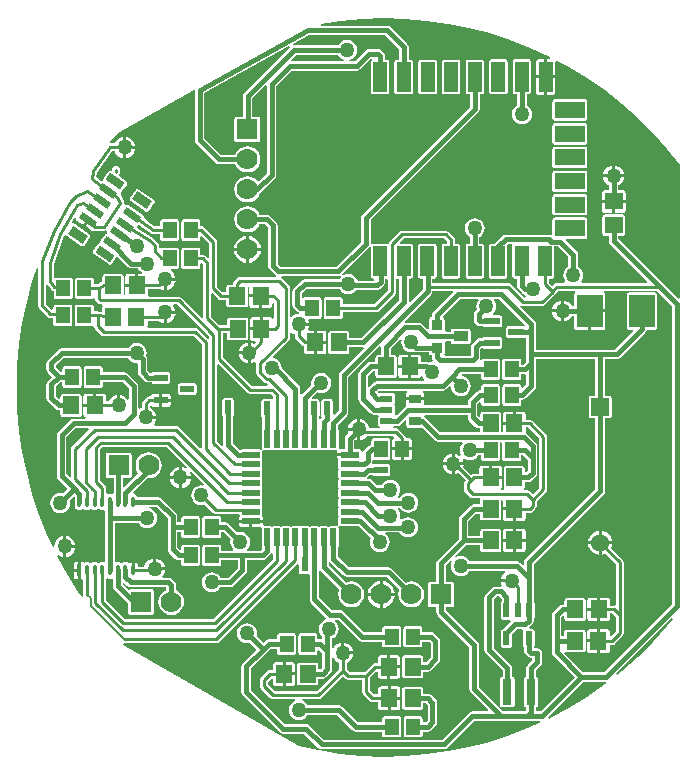
<source format=gtl>
G04 Layer_Physical_Order=1*
G04 Layer_Color=255*
%FSLAX25Y25*%
%MOIN*%
G70*
G01*
G75*
%ADD10R,0.04724X0.05512*%
%ADD11R,0.05512X0.05905*%
%ADD12R,0.05200X0.02200*%
G04:AMPARAMS|DCode=13|XSize=61.42mil|YSize=19.68mil|CornerRadius=1.38mil|HoleSize=0mil|Usage=FLASHONLY|Rotation=180.000|XOffset=0mil|YOffset=0mil|HoleType=Round|Shape=RoundedRectangle|*
%AMROUNDEDRECTD13*
21,1,0.06142,0.01693,0,0,180.0*
21,1,0.05866,0.01968,0,0,180.0*
1,1,0.00276,-0.02933,0.00846*
1,1,0.00276,0.02933,0.00846*
1,1,0.00276,0.02933,-0.00846*
1,1,0.00276,-0.02933,-0.00846*
%
%ADD13ROUNDEDRECTD13*%
G04:AMPARAMS|DCode=14|XSize=61.42mil|YSize=19.68mil|CornerRadius=1.38mil|HoleSize=0mil|Usage=FLASHONLY|Rotation=90.000|XOffset=0mil|YOffset=0mil|HoleType=Round|Shape=RoundedRectangle|*
%AMROUNDEDRECTD14*
21,1,0.06142,0.01693,0,0,90.0*
21,1,0.05866,0.01968,0,0,90.0*
1,1,0.00276,0.00846,0.02933*
1,1,0.00276,0.00846,-0.02933*
1,1,0.00276,-0.00846,-0.02933*
1,1,0.00276,-0.00846,0.02933*
%
%ADD14ROUNDEDRECTD14*%
%ADD15R,0.03937X0.02362*%
%ADD16R,0.03937X0.02756*%
%ADD17R,0.04528X0.02362*%
%ADD18R,0.01378X0.03937*%
%ADD19O,0.01378X0.03937*%
%ADD20R,0.05000X0.03600*%
%ADD21R,0.03600X0.03600*%
G04:AMPARAMS|DCode=22|XSize=27.56mil|YSize=59.05mil|CornerRadius=0mil|HoleSize=0mil|Usage=FLASHONLY|Rotation=55.000|XOffset=0mil|YOffset=0mil|HoleType=Round|Shape=Rectangle|*
%AMROTATEDRECTD22*
4,1,4,0.01628,-0.02822,-0.03209,0.00565,-0.01628,0.02822,0.03209,-0.00565,0.01628,-0.02822,0.0*
%
%ADD22ROTATEDRECTD22*%

G04:AMPARAMS|DCode=23|XSize=23.62mil|YSize=59.05mil|CornerRadius=0mil|HoleSize=0mil|Usage=FLASHONLY|Rotation=55.000|XOffset=0mil|YOffset=0mil|HoleType=Round|Shape=Rectangle|*
%AMROTATEDRECTD23*
4,1,4,0.01741,-0.02661,-0.03096,0.00726,-0.01741,0.02661,0.03096,-0.00726,0.01741,-0.02661,0.0*
%
%ADD23ROTATEDRECTD23*%

G04:AMPARAMS|DCode=24|XSize=31.5mil|YSize=59.05mil|CornerRadius=0mil|HoleSize=0mil|Usage=FLASHONLY|Rotation=55.000|XOffset=0mil|YOffset=0mil|HoleType=Round|Shape=Rectangle|*
%AMROTATEDRECTD24*
4,1,4,0.01516,-0.02984,-0.03322,0.00404,-0.01516,0.02984,0.03322,-0.00404,0.01516,-0.02984,0.0*
%
%ADD24ROTATEDRECTD24*%

%ADD25R,0.08500X0.10799*%
%ADD26R,0.03150X0.08661*%
%ADD27R,0.05905X0.05512*%
G04:AMPARAMS|DCode=28|XSize=48.82mil|YSize=21.65mil|CornerRadius=1.52mil|HoleSize=0mil|Usage=FLASHONLY|Rotation=270.000|XOffset=0mil|YOffset=0mil|HoleType=Round|Shape=RoundedRectangle|*
%AMROUNDEDRECTD28*
21,1,0.04882,0.01862,0,0,270.0*
21,1,0.04579,0.02165,0,0,270.0*
1,1,0.00303,-0.00931,-0.02289*
1,1,0.00303,-0.00931,0.02289*
1,1,0.00303,0.00931,0.02289*
1,1,0.00303,0.00931,-0.02289*
%
%ADD28ROUNDEDRECTD28*%
%ADD29R,0.02362X0.04528*%
%ADD30R,0.04500X0.10000*%
%ADD31R,0.10000X0.05500*%
%ADD32C,0.01000*%
%ADD33C,0.01500*%
%ADD34C,0.00500*%
%ADD35C,0.00350*%
%ADD36C,0.07000*%
%ADD37R,0.07000X0.07000*%
%ADD38R,0.07000X0.07000*%
%ADD39C,0.06000*%
%ADD40R,0.06000X0.06000*%
%ADD41C,0.05000*%
G36*
X79598Y158218D02*
Y156000D01*
X83374D01*
Y155500D01*
X83874D01*
Y151528D01*
X86130D01*
X86520Y151605D01*
X86851Y151826D01*
X87072Y152157D01*
X87150Y152547D01*
Y152748D01*
X87650Y153016D01*
X87674Y152999D01*
Y148173D01*
X87211Y147873D01*
X87174Y147878D01*
X86977Y148174D01*
X86646Y148395D01*
X86256Y148472D01*
X84000D01*
Y144500D01*
X83500D01*
Y144000D01*
X79725D01*
Y141547D01*
X79802Y141157D01*
X80023Y140826D01*
X80354Y140605D01*
X80744Y140528D01*
X81500D01*
X81691Y140066D01*
X81207Y139581D01*
X80414Y139910D01*
X80000Y139964D01*
Y136500D01*
Y133036D01*
X80414Y133090D01*
X81265Y133443D01*
X81469Y133599D01*
X81923Y133317D01*
X81875Y133074D01*
Y129926D01*
X81975Y129419D01*
X82263Y128989D01*
X84489Y126763D01*
X84919Y126475D01*
X85426Y126374D01*
X85426Y126374D01*
X85592D01*
X85802Y126111D01*
X85586Y125626D01*
X80249D01*
X70825Y135049D01*
Y143175D01*
X72054D01*
Y141547D01*
X72117Y141235D01*
X72293Y140971D01*
X72558Y140794D01*
X72870Y140732D01*
X78382D01*
X78694Y140794D01*
X78959Y140971D01*
X79136Y141235D01*
X79198Y141547D01*
Y147453D01*
X79136Y147765D01*
X78959Y148029D01*
X78694Y148206D01*
X78382Y148268D01*
X72870D01*
X72558Y148206D01*
X72293Y148029D01*
X72117Y147765D01*
X72054Y147453D01*
Y145826D01*
X69549D01*
X66825Y148549D01*
Y156147D01*
X67287Y156338D01*
X69063Y154563D01*
X69493Y154275D01*
X70000Y154174D01*
X71928D01*
Y152547D01*
X71991Y152235D01*
X72167Y151971D01*
X72432Y151794D01*
X72744Y151732D01*
X78256D01*
X78568Y151794D01*
X78833Y151971D01*
X79009Y152235D01*
X79072Y152547D01*
Y158453D01*
X79302Y158586D01*
X79598Y158218D01*
D02*
G37*
G36*
X220420Y152245D02*
Y52655D01*
X197845Y30080D01*
X190930D01*
X184461Y36549D01*
X184779Y36938D01*
X184995Y36794D01*
X185307Y36732D01*
X190819D01*
X191131Y36794D01*
X191396Y36970D01*
X191572Y37235D01*
X191635Y37547D01*
Y43453D01*
X191572Y43765D01*
X191396Y44030D01*
X191131Y44206D01*
X190819Y44268D01*
X185307D01*
X184995Y44206D01*
X184730Y44030D01*
X184554Y43765D01*
X184491Y43453D01*
Y42080D01*
X183580D01*
Y48345D01*
X184092Y48858D01*
X184554Y48666D01*
Y48047D01*
X184616Y47735D01*
X184793Y47471D01*
X185058Y47294D01*
X185370Y47232D01*
X190882D01*
X191194Y47294D01*
X191459Y47471D01*
X191636Y47735D01*
X191698Y48047D01*
Y53953D01*
X191636Y54265D01*
X191459Y54530D01*
X191194Y54706D01*
X190882Y54768D01*
X185370D01*
X185058Y54706D01*
X184793Y54530D01*
X184616Y54265D01*
X184554Y53953D01*
Y52580D01*
X184000D01*
X183395Y52460D01*
X182882Y52118D01*
X180883Y50117D01*
X180540Y49605D01*
X180420Y49000D01*
Y40500D01*
Y36775D01*
X180540Y36170D01*
X180883Y35658D01*
X188040Y28500D01*
X176620Y17080D01*
X175017D01*
Y18355D01*
X175324Y18416D01*
X175589Y18593D01*
X175765Y18857D01*
X175828Y19169D01*
Y27831D01*
X175765Y28143D01*
X175589Y28407D01*
X175324Y28584D01*
X175017Y28645D01*
Y30782D01*
X176618Y32383D01*
X176960Y32895D01*
X177080Y33500D01*
Y36500D01*
X176960Y37105D01*
X176618Y37617D01*
X176105Y37960D01*
X175500Y38080D01*
X174771D01*
X174505Y38580D01*
X174568Y38674D01*
X174642Y39045D01*
Y43624D01*
X174568Y43995D01*
X174357Y44310D01*
X174042Y44520D01*
X173671Y44594D01*
X173036D01*
X172829Y45094D01*
X173858Y46123D01*
X174200Y46635D01*
X174320Y47240D01*
Y47665D01*
X174357Y47690D01*
X174568Y48005D01*
X174642Y48376D01*
Y52955D01*
X174568Y53326D01*
X174357Y53641D01*
X174320Y53665D01*
Y61500D01*
Y66086D01*
X197617Y89382D01*
X197960Y89895D01*
X198080Y90500D01*
Y114684D01*
X199500D01*
X199812Y114746D01*
X200077Y114923D01*
X200254Y115188D01*
X200316Y115500D01*
Y121500D01*
X200254Y121812D01*
X200077Y122077D01*
X199812Y122254D01*
X199500Y122316D01*
X198080D01*
Y134420D01*
X202000D01*
X202605Y134540D01*
X203117Y134882D01*
X211519Y143284D01*
X211862Y143797D01*
X211959Y144285D01*
X214652D01*
X214964Y144347D01*
X215228Y144524D01*
X215405Y144788D01*
X215467Y145100D01*
Y155900D01*
X215405Y156212D01*
X215228Y156476D01*
X214964Y156653D01*
X214652Y156715D01*
X206152D01*
X205839Y156653D01*
X205575Y156476D01*
X205398Y156212D01*
X205336Y155900D01*
Y145100D01*
X205398Y144788D01*
X205575Y144524D01*
X205839Y144347D01*
X206152Y144285D01*
X207397D01*
X207588Y143823D01*
X201345Y137580D01*
X175080D01*
Y144500D01*
Y146000D01*
X174960Y146605D01*
X174618Y147117D01*
X169694Y152041D01*
X170013Y152429D01*
X170393Y152175D01*
X170900Y152075D01*
X177100D01*
X177607Y152175D01*
X178037Y152463D01*
X181574Y156000D01*
X181828Y156379D01*
X182723Y157274D01*
X188169D01*
X188259Y156774D01*
X188029Y156621D01*
X187808Y156290D01*
X187730Y155900D01*
Y152080D01*
X187134D01*
X187057Y152265D01*
X186496Y152996D01*
X185765Y153557D01*
X184914Y153910D01*
X184500Y153964D01*
Y150500D01*
Y147036D01*
X184914Y147090D01*
X185765Y147443D01*
X186496Y148004D01*
X187057Y148735D01*
X187134Y148920D01*
X187730D01*
Y145100D01*
X187808Y144710D01*
X188029Y144379D01*
X188360Y144158D01*
X188750Y144081D01*
X192500D01*
Y150500D01*
X193000D01*
Y151000D01*
X198270D01*
Y155900D01*
X198192Y156290D01*
X197971Y156621D01*
X197740Y156774D01*
X197831Y157274D01*
X215390D01*
X220420Y152245D01*
D02*
G37*
G36*
X66175Y141951D02*
Y141407D01*
X65675Y141200D01*
X62437Y144437D01*
X62007Y144725D01*
X61500Y144825D01*
X45952D01*
X45855Y144910D01*
X45605Y145326D01*
X45649Y145547D01*
Y147175D01*
X49433D01*
X49735Y146943D01*
X50586Y146590D01*
X51000Y146536D01*
Y150000D01*
X51500D01*
Y150500D01*
X54964D01*
X54910Y150914D01*
X54557Y151765D01*
X54243Y152174D01*
X54490Y152674D01*
X55451D01*
X66175Y141951D01*
D02*
G37*
G36*
X110280Y161956D02*
X110146Y161854D01*
X109617Y161164D01*
X109583Y161080D01*
X98000D01*
X97395Y160960D01*
X96882Y160617D01*
X94383Y158117D01*
X94040Y157605D01*
X93920Y157000D01*
Y152500D01*
X94040Y151895D01*
X94383Y151383D01*
X95382Y150382D01*
X95895Y150040D01*
X96023Y150015D01*
X96000Y149530D01*
X95086Y149410D01*
X94235Y149057D01*
X93601Y148571D01*
X93101Y148723D01*
Y158224D01*
X93000Y158732D01*
X92713Y159162D01*
X90437Y161437D01*
X90164Y161620D01*
X90316Y162120D01*
X109200D01*
X109805Y162240D01*
X109989Y162363D01*
X110280Y161956D01*
D02*
G37*
G36*
X120134Y171806D02*
Y162100D01*
X120196Y161788D01*
X120373Y161523D01*
X120638Y161346D01*
X120950Y161284D01*
X121002D01*
X121253Y160784D01*
X121100Y160580D01*
X115624D01*
X115383Y161164D01*
X114854Y161854D01*
X114164Y162382D01*
X113362Y162715D01*
X112500Y162829D01*
X111638Y162715D01*
X110836Y162382D01*
X110788Y162346D01*
X110458Y162723D01*
X119518Y171783D01*
X119634Y171957D01*
X120134Y171806D01*
D02*
G37*
G36*
X21727Y181457D02*
X21724Y181309D01*
X21868Y180939D01*
X22143Y180651D01*
X24153Y179244D01*
X25415Y181047D01*
X26234Y180474D01*
X24972Y178671D01*
X26981Y177264D01*
X27345Y177104D01*
X27743Y177095D01*
X27994Y177193D01*
X28085Y177174D01*
X31000D01*
X31119Y177198D01*
X31241Y177197D01*
X31371Y177248D01*
X31507Y177275D01*
X31609Y177343D01*
X31722Y177388D01*
X32133Y177141D01*
X32161Y177111D01*
X32091Y176953D01*
X32084Y176635D01*
X31703Y176235D01*
X31546Y176174D01*
X31316Y175954D01*
X29961Y174019D01*
X29833Y173728D01*
X29833Y173723D01*
X29823Y173407D01*
X29405Y173112D01*
X29401Y173110D01*
X29171Y172890D01*
X27590Y170633D01*
X27462Y170341D01*
X27455Y170023D01*
X27570Y169727D01*
X27790Y169497D01*
X32628Y166109D01*
X32919Y165981D01*
X33237Y165974D01*
X33534Y166090D01*
X33764Y166310D01*
X35220Y168389D01*
X35805Y168510D01*
X39133Y165182D01*
X39646Y164840D01*
X40251Y164720D01*
X42483D01*
X42518Y164636D01*
X43046Y163946D01*
X43664Y163472D01*
X43636Y163205D01*
X43528Y162972D01*
X42500D01*
Y159000D01*
X42000D01*
Y158500D01*
X38225D01*
Y156282D01*
X37928Y155914D01*
X37698Y156047D01*
Y161953D01*
X37635Y162265D01*
X37459Y162530D01*
X37194Y162706D01*
X36882Y162768D01*
X31370D01*
X31058Y162706D01*
X30793Y162530D01*
X30617Y162265D01*
X30554Y161953D01*
Y160237D01*
X30493Y160225D01*
X30385Y160152D01*
X30265Y160103D01*
X29099Y159326D01*
X27764D01*
Y160756D01*
X27702Y161068D01*
X27526Y161333D01*
X27261Y161510D01*
X26949Y161572D01*
X22224D01*
X21912Y161510D01*
X21648Y161333D01*
X21471Y161068D01*
X21409Y160756D01*
Y155244D01*
X21471Y154932D01*
X21648Y154667D01*
X21912Y154490D01*
X22224Y154428D01*
X26949D01*
X27261Y154490D01*
X27526Y154667D01*
X28094Y154629D01*
X28174Y154573D01*
Y154500D01*
X28275Y153993D01*
X28563Y153563D01*
X29063Y153063D01*
X29493Y152775D01*
X30000Y152674D01*
X30547D01*
X30608Y152591D01*
X30667Y152030D01*
X30490Y151765D01*
X30428Y151453D01*
Y150562D01*
X30058Y150226D01*
X29132Y150319D01*
X29065Y150312D01*
X29000Y150326D01*
X27678D01*
Y151756D01*
X27616Y152068D01*
X27439Y152333D01*
X27174Y152509D01*
X26862Y152572D01*
X22138D01*
X21826Y152509D01*
X21561Y152333D01*
X21384Y152068D01*
X21322Y151756D01*
Y146244D01*
X21384Y145932D01*
X21561Y145667D01*
X21826Y145491D01*
X22138Y145428D01*
X26862D01*
X27174Y145491D01*
X27178Y145493D01*
X27243Y145494D01*
X27722Y145260D01*
X27775Y144993D01*
X28063Y144563D01*
X30063Y142563D01*
X30493Y142275D01*
X31000Y142174D01*
X60951D01*
X63674Y139451D01*
Y104907D01*
X63174Y104700D01*
X55987Y111887D01*
X55557Y112175D01*
X55050Y112276D01*
X47951D01*
X47705Y112776D01*
X48057Y113235D01*
X48410Y114086D01*
X48464Y114500D01*
X45000D01*
Y115500D01*
X48464D01*
X48410Y115914D01*
X48057Y116765D01*
X47496Y117496D01*
X46765Y118057D01*
X46536Y118152D01*
X46481Y118701D01*
X46587Y118791D01*
X47086Y118858D01*
X47417Y118637D01*
X47807Y118559D01*
X49571D01*
Y120760D01*
Y122960D01*
X47807D01*
X47417Y122883D01*
X47086Y122662D01*
X46865Y122331D01*
X46816Y122085D01*
X46260D01*
X45753Y121984D01*
X45323Y121697D01*
X44063Y120437D01*
X43775Y120007D01*
X43674Y119500D01*
Y118239D01*
X43235Y118057D01*
X43029Y117899D01*
X42580Y118120D01*
Y125500D01*
X42460Y126105D01*
X42118Y126618D01*
X39118Y129618D01*
X38605Y129960D01*
X38000Y130080D01*
X30721D01*
Y131256D01*
X30659Y131568D01*
X30482Y131833D01*
X30218Y132009D01*
X29906Y132072D01*
X25181D01*
X24869Y132009D01*
X24604Y131833D01*
X24428Y131568D01*
X24365Y131256D01*
Y125744D01*
X24428Y125432D01*
X24604Y125167D01*
X24869Y124990D01*
X25181Y124928D01*
X29906D01*
X30218Y124990D01*
X30482Y125167D01*
X30659Y125432D01*
X30721Y125744D01*
Y126920D01*
X37345D01*
X39420Y124845D01*
Y121114D01*
X38920Y120944D01*
X38496Y121496D01*
X37765Y122057D01*
X36914Y122410D01*
X36500Y122464D01*
Y119000D01*
X35500D01*
Y122464D01*
X35086Y122410D01*
X34235Y122057D01*
X33504Y121496D01*
X32943Y120765D01*
X32761Y120326D01*
X31776D01*
Y121953D01*
X31698Y122343D01*
X31477Y122674D01*
X31146Y122895D01*
X30756Y122972D01*
X28500D01*
Y119000D01*
X28000D01*
Y118500D01*
X24225D01*
Y116047D01*
X24302Y115657D01*
X24523Y115326D01*
X24854Y115105D01*
X24979Y115080D01*
X24930Y114580D01*
X21000D01*
X20395Y114460D01*
X19883Y114118D01*
X15882Y110117D01*
X15540Y109605D01*
X15420Y109000D01*
Y95500D01*
X15540Y94895D01*
X15882Y94383D01*
X19015Y91250D01*
X17445Y89680D01*
X17361Y89715D01*
X16500Y89828D01*
X15639Y89715D01*
X14836Y89383D01*
X14146Y88854D01*
X13617Y88164D01*
X13285Y87362D01*
X13171Y86500D01*
X13285Y85638D01*
X13617Y84836D01*
X14146Y84146D01*
X14836Y83617D01*
X15639Y83285D01*
X16500Y83171D01*
X17361Y83285D01*
X18164Y83617D01*
X18854Y84146D01*
X19383Y84836D01*
X19715Y85638D01*
X19828Y86500D01*
X19715Y87362D01*
X19680Y87445D01*
X20801Y88566D01*
X21302Y88359D01*
Y86835D01*
X21364Y86522D01*
Y85555D01*
X21479Y84974D01*
X21808Y84482D01*
X22301Y84153D01*
X22882Y84037D01*
X23463Y84153D01*
X23955Y84482D01*
X24367D01*
X24860Y84153D01*
X25441Y84037D01*
X26022Y84153D01*
X26514Y84482D01*
X26926D01*
X27419Y84153D01*
X28000Y84037D01*
X28581Y84153D01*
X29074Y84482D01*
X29486D01*
X29978Y84153D01*
X30559Y84037D01*
X31038Y84132D01*
X31538Y83863D01*
Y81500D01*
Y66972D01*
X31038Y66703D01*
X30559Y66798D01*
X29978Y66682D01*
X29486Y66353D01*
X29074D01*
X28581Y66682D01*
X28000Y66798D01*
X27419Y66682D01*
X26926Y66353D01*
X26514D01*
X26022Y66682D01*
X25441Y66798D01*
X24860Y66682D01*
X24471Y66422D01*
X24292Y66689D01*
X23961Y66910D01*
X23571Y66988D01*
X23382D01*
Y64000D01*
Y61012D01*
X23571D01*
X23616Y61021D01*
X24115Y60637D01*
Y55884D01*
X24216Y55377D01*
X23794Y55133D01*
X22586Y56838D01*
X18762Y62966D01*
X15496Y68956D01*
X15885Y69288D01*
X16335Y68943D01*
X17186Y68590D01*
X17600Y68536D01*
Y72000D01*
Y75464D01*
X17186Y75410D01*
X16335Y75057D01*
X15604Y74496D01*
X15043Y73765D01*
X14690Y72914D01*
X14574Y72031D01*
X14535Y72002D01*
X14050Y71969D01*
X12225Y75842D01*
X9534Y82545D01*
X7242Y89395D01*
X5355Y96368D01*
X3881Y103439D01*
X2824Y110584D01*
X2189Y117780D01*
X1977Y125000D01*
X2189Y132220D01*
X2824Y139416D01*
X3881Y146561D01*
X5355Y153632D01*
X7242Y160605D01*
X8681Y164906D01*
X9174Y164825D01*
Y152500D01*
X9213Y152304D01*
X9234Y152106D01*
X9264Y152052D01*
X9275Y151993D01*
X9386Y151827D01*
X9482Y151651D01*
X11982Y148652D01*
X12172Y148498D01*
X12358Y148340D01*
X12372Y148336D01*
X12384Y148326D01*
X12618Y148257D01*
X12851Y148183D01*
X14235Y148026D01*
Y146244D01*
X14298Y145932D01*
X14474Y145667D01*
X14739Y145491D01*
X15051Y145428D01*
X19776D01*
X20088Y145491D01*
X20352Y145667D01*
X20529Y145932D01*
X20591Y146244D01*
Y151756D01*
X20529Y152068D01*
X20352Y152333D01*
X20088Y152509D01*
X19776Y152572D01*
X15051D01*
X14739Y152509D01*
X14474Y152333D01*
X14298Y152068D01*
X14235Y151756D01*
Y151400D01*
X13774Y150975D01*
X13476Y150999D01*
X11825Y152980D01*
Y159024D01*
X12325Y159190D01*
X13440Y157705D01*
X13621Y157542D01*
X13798Y157376D01*
X13813Y157370D01*
X13825Y157360D01*
X14054Y157279D01*
X14282Y157193D01*
X14322Y157186D01*
Y155244D01*
X14384Y154932D01*
X14561Y154667D01*
X14826Y154490D01*
X15138Y154428D01*
X19862D01*
X20174Y154490D01*
X20439Y154667D01*
X20616Y154932D01*
X20678Y155244D01*
Y160756D01*
X20616Y161068D01*
X20439Y161333D01*
X20174Y161510D01*
X19862Y161572D01*
X15138D01*
X14826Y161510D01*
X14826Y161509D01*
X14325Y161777D01*
Y166257D01*
X17805Y175440D01*
X17958Y175715D01*
X18074Y175758D01*
X18554Y175756D01*
X18647Y175658D01*
X23485Y172271D01*
X23776Y172143D01*
X24094Y172136D01*
X24391Y172251D01*
X24621Y172471D01*
X26428Y175051D01*
X26556Y175343D01*
X26563Y175661D01*
X26447Y175958D01*
X26227Y176187D01*
X21390Y179575D01*
X21098Y179703D01*
X20780Y179710D01*
X20747Y179697D01*
X20398Y180098D01*
X21230Y181592D01*
X21727Y181457D01*
D02*
G37*
G36*
X129520Y154255D02*
X116845Y141580D01*
X112946D01*
Y142953D01*
X112883Y143265D01*
X112707Y143529D01*
X112442Y143706D01*
X112130Y143768D01*
X106618D01*
X106306Y143706D01*
X106041Y143529D01*
X105865Y143265D01*
X105802Y142953D01*
Y137047D01*
X105865Y136735D01*
X106041Y136470D01*
X106306Y136294D01*
X106618Y136232D01*
X112130D01*
X112442Y136294D01*
X112707Y136470D01*
X112883Y136735D01*
X112946Y137047D01*
Y138420D01*
X117478D01*
X117524Y138369D01*
X117718Y137953D01*
X109882Y130117D01*
X109540Y129605D01*
X109420Y129000D01*
Y117402D01*
X107997Y115979D01*
X107497Y116186D01*
Y120264D01*
X107435Y120576D01*
X107258Y120841D01*
X106993Y121017D01*
X106681Y121079D01*
X104319D01*
X104007Y121017D01*
X103742Y120841D01*
X103565Y120576D01*
X103503Y120264D01*
Y115736D01*
X103565Y115424D01*
X103742Y115159D01*
X103759Y114994D01*
X103305Y114540D01*
X103104Y114567D01*
X102805Y114715D01*
Y115230D01*
X102935Y115424D01*
X102997Y115736D01*
Y120264D01*
X102935Y120576D01*
X102758Y120841D01*
X102493Y121017D01*
X102181Y121079D01*
X100522D01*
X100314Y121579D01*
X102201Y123466D01*
X102638Y123285D01*
X103500Y123171D01*
X104361Y123285D01*
X105164Y123617D01*
X105854Y124146D01*
X106383Y124836D01*
X106715Y125638D01*
X106828Y126500D01*
X106715Y127362D01*
X106383Y128164D01*
X105854Y128854D01*
X105164Y129383D01*
X104361Y129715D01*
X103500Y129829D01*
X102638Y129715D01*
X101836Y129383D01*
X101146Y128854D01*
X100617Y128164D01*
X100285Y127362D01*
X100171Y126500D01*
X100241Y125976D01*
X97006Y122741D01*
X96805Y122768D01*
X96506Y122916D01*
Y124575D01*
X96385Y125180D01*
X96043Y125692D01*
X90318Y131417D01*
X90329Y131500D01*
X90215Y132361D01*
X89883Y133164D01*
X89354Y133854D01*
X88664Y134382D01*
X87862Y134715D01*
X87474Y134766D01*
X87295Y135294D01*
X92713Y140712D01*
X93000Y141142D01*
X93101Y141650D01*
Y143277D01*
X93601Y143429D01*
X94235Y142943D01*
X94674Y142761D01*
Y142000D01*
X94775Y141493D01*
X95063Y141063D01*
X97063Y139063D01*
X97493Y138775D01*
X97724Y138729D01*
Y137047D01*
X97802Y136657D01*
X98023Y136326D01*
X98354Y136105D01*
X98744Y136028D01*
X101000D01*
Y140000D01*
Y143972D01*
X99448D01*
X99156Y144472D01*
X99410Y145086D01*
X99464Y145500D01*
X96000D01*
Y146500D01*
X99464D01*
X99410Y146914D01*
X99197Y147428D01*
X99531Y147928D01*
X102819D01*
X103131Y147991D01*
X103396Y148167D01*
X103572Y148432D01*
X103635Y148744D01*
Y154256D01*
X103572Y154568D01*
X103396Y154833D01*
X103131Y155009D01*
X102819Y155072D01*
X98094D01*
X97782Y155009D01*
X97580Y154875D01*
X97316Y154946D01*
X97080Y155078D01*
Y156345D01*
X98655Y157920D01*
X109583D01*
X109617Y157836D01*
X110146Y157146D01*
X110836Y156617D01*
X111638Y156285D01*
X112500Y156172D01*
X113362Y156285D01*
X114164Y156617D01*
X114854Y157146D01*
X115063Y157420D01*
X122000D01*
X122605Y157540D01*
X123117Y157882D01*
X124417Y159183D01*
X124760Y159695D01*
X124880Y160300D01*
Y161284D01*
X125450D01*
X125874Y160866D01*
Y157449D01*
X121251Y152825D01*
X110721D01*
Y154256D01*
X110659Y154568D01*
X110482Y154833D01*
X110218Y155009D01*
X109906Y155072D01*
X105181D01*
X104869Y155009D01*
X104604Y154833D01*
X104428Y154568D01*
X104365Y154256D01*
Y148744D01*
X104428Y148432D01*
X104604Y148167D01*
X104869Y147991D01*
X105181Y147928D01*
X109906D01*
X110218Y147991D01*
X110482Y148167D01*
X110659Y148432D01*
X110721Y148744D01*
Y150174D01*
X121800D01*
X122307Y150275D01*
X122737Y150563D01*
X128137Y155963D01*
X128425Y156393D01*
X128525Y156900D01*
Y161100D01*
X128750Y161284D01*
X129520D01*
Y154255D01*
D02*
G37*
G36*
X185920Y168645D02*
Y165317D01*
X185836Y165282D01*
X185146Y164754D01*
X184617Y164064D01*
X184285Y163261D01*
X184171Y162400D01*
X184285Y161539D01*
X184617Y160736D01*
X184855Y160425D01*
X184609Y159925D01*
X182174D01*
X181667Y159825D01*
X181237Y159537D01*
X180574Y158874D01*
X179525Y159923D01*
Y161284D01*
X180450D01*
X180762Y161346D01*
X181027Y161523D01*
X181204Y161788D01*
X181266Y162100D01*
Y172070D01*
X182495D01*
X185920Y168645D01*
D02*
G37*
G36*
X171399Y145866D02*
X171153Y145405D01*
X171100Y145416D01*
X165900D01*
X165588Y145354D01*
X165323Y145177D01*
X165146Y144912D01*
X165084Y144600D01*
Y142400D01*
X165146Y142088D01*
X165323Y141823D01*
X165588Y141646D01*
X165900Y141584D01*
X171100D01*
X171412Y141646D01*
X171420Y141651D01*
X171920Y141384D01*
Y136000D01*
Y133655D01*
X170845Y132580D01*
X170221D01*
Y133756D01*
X170159Y134068D01*
X169982Y134333D01*
X169718Y134510D01*
X169405Y134572D01*
X164681D01*
X164369Y134510D01*
X164104Y134333D01*
X163927Y134068D01*
X163865Y133756D01*
Y128244D01*
X163927Y127932D01*
X164104Y127667D01*
X164369Y127490D01*
X164681Y127428D01*
X169405D01*
X169718Y127490D01*
X169982Y127667D01*
X170159Y127932D01*
X170221Y128244D01*
Y129420D01*
X171500D01*
X171533Y129426D01*
X171920Y129109D01*
Y126155D01*
X170726Y124961D01*
X170264Y125153D01*
Y125256D01*
X170202Y125568D01*
X170026Y125833D01*
X169761Y126010D01*
X169449Y126072D01*
X164724D01*
X164412Y126010D01*
X164148Y125833D01*
X163971Y125568D01*
X163909Y125256D01*
Y119744D01*
X163971Y119432D01*
X164148Y119167D01*
X164412Y118991D01*
X164724Y118928D01*
X169449D01*
X169761Y118991D01*
X170026Y119167D01*
X170202Y119432D01*
X170264Y119744D01*
Y120920D01*
X170500D01*
X171105Y121040D01*
X171617Y121382D01*
X174618Y124382D01*
X174960Y124895D01*
X175080Y125500D01*
Y133000D01*
Y134420D01*
X194920D01*
Y122316D01*
X193500D01*
X193188Y122254D01*
X192923Y122077D01*
X192746Y121812D01*
X192684Y121500D01*
Y115500D01*
X192746Y115188D01*
X192923Y114923D01*
X193188Y114746D01*
X193500Y114684D01*
X194920D01*
Y91155D01*
X171623Y67858D01*
X171280Y67345D01*
X171160Y66740D01*
Y65969D01*
X170698Y65777D01*
X169858Y66618D01*
X169345Y66960D01*
X168740Y67080D01*
X152917D01*
X152883Y67164D01*
X152354Y67854D01*
X151664Y68383D01*
X150862Y68715D01*
X150000Y68828D01*
X149138Y68715D01*
X148336Y68383D01*
X148288Y68346D01*
X147958Y68723D01*
X151655Y72420D01*
X156428D01*
Y71047D01*
X156491Y70735D01*
X156667Y70470D01*
X156932Y70294D01*
X157244Y70232D01*
X162756D01*
X163068Y70294D01*
X163333Y70470D01*
X163510Y70735D01*
X163572Y71047D01*
Y76953D01*
X163510Y77265D01*
X163333Y77530D01*
X163068Y77706D01*
X162756Y77768D01*
X157244D01*
X156932Y77706D01*
X156667Y77530D01*
X156491Y77265D01*
X156428Y76953D01*
Y75580D01*
X152580D01*
Y80345D01*
X155155Y82920D01*
X156428D01*
Y81547D01*
X156491Y81235D01*
X156667Y80971D01*
X156932Y80794D01*
X157244Y80732D01*
X162756D01*
X163068Y80794D01*
X163333Y80971D01*
X163510Y81235D01*
X163572Y81547D01*
Y87453D01*
X163802Y87586D01*
X164099Y87218D01*
Y85000D01*
X167874D01*
Y84500D01*
X168374D01*
Y80528D01*
X170630D01*
X171020Y80605D01*
X171351Y80826D01*
X171572Y81157D01*
X171650Y81547D01*
Y83175D01*
X173000D01*
X173507Y83275D01*
X173937Y83563D01*
X174937Y84563D01*
X175225Y84993D01*
X175326Y85500D01*
Y86951D01*
X178437Y90063D01*
X178725Y90493D01*
X178825Y91000D01*
Y108500D01*
X178725Y109007D01*
X178437Y109437D01*
X173937Y113937D01*
X173507Y114225D01*
X173000Y114325D01*
X171650D01*
Y115953D01*
X171572Y116343D01*
X171351Y116674D01*
X171020Y116895D01*
X170630Y116972D01*
X168374D01*
Y113000D01*
X167874D01*
Y112500D01*
X164099D01*
Y110078D01*
X163572D01*
Y115953D01*
X163510Y116265D01*
X163333Y116530D01*
X163068Y116706D01*
X162756Y116768D01*
X157244D01*
X156932Y116706D01*
X156667Y116530D01*
X156491Y116265D01*
X156428Y115953D01*
Y115460D01*
X155966Y115269D01*
X155580Y115655D01*
Y119345D01*
X156360Y120125D01*
X156822Y119934D01*
Y119744D01*
X156884Y119432D01*
X157061Y119167D01*
X157326Y118991D01*
X157638Y118928D01*
X162362D01*
X162674Y118991D01*
X162939Y119167D01*
X163116Y119432D01*
X163178Y119744D01*
Y125256D01*
X163116Y125568D01*
X162939Y125833D01*
X162674Y126010D01*
X162362Y126072D01*
X157638D01*
X157326Y126010D01*
X157061Y125833D01*
X156884Y125568D01*
X156822Y125256D01*
Y124080D01*
X156500D01*
X155895Y123960D01*
X155383Y123617D01*
X152883Y121117D01*
X152540Y120605D01*
X152420Y120000D01*
Y119080D01*
X137975D01*
X137852Y119222D01*
X137656Y119580D01*
X137713Y119862D01*
Y120740D01*
X134724D01*
X131736D01*
Y119862D01*
X131814Y119472D01*
X131825Y119456D01*
X131836Y119378D01*
X131685Y118820D01*
X131383Y118617D01*
X128617Y115852D01*
X128117Y115866D01*
X128003Y115994D01*
X127998Y116007D01*
X128060Y116319D01*
Y118681D01*
X127998Y118993D01*
X127995Y118997D01*
X127861Y119370D01*
X127995Y119743D01*
X127998Y119747D01*
X128060Y120059D01*
Y122421D01*
X127998Y122733D01*
X127821Y122998D01*
X127556Y123175D01*
X127244Y123237D01*
X123307D01*
X122995Y123175D01*
X122734Y123001D01*
X122235Y123500D01*
X122655Y123920D01*
X132004D01*
X132156Y123420D01*
X132035Y123339D01*
X131814Y123008D01*
X131736Y122618D01*
Y121740D01*
X134724D01*
X137713D01*
Y122618D01*
X137635Y123008D01*
X137414Y123339D01*
X137293Y123420D01*
X137445Y123920D01*
X144000D01*
X144605Y124040D01*
X145117Y124382D01*
X146178Y125443D01*
X146703Y125261D01*
X146785Y124638D01*
X147117Y123836D01*
X147646Y123146D01*
X148336Y122617D01*
X149138Y122285D01*
X150000Y122171D01*
X150862Y122285D01*
X151664Y122617D01*
X152354Y123146D01*
X152883Y123836D01*
X153215Y124638D01*
X153329Y125500D01*
X153215Y126362D01*
X152883Y127164D01*
X152354Y127854D01*
X151664Y128383D01*
X150862Y128715D01*
X150681Y128739D01*
X150449Y129274D01*
X150552Y129420D01*
X156779D01*
Y128244D01*
X156841Y127932D01*
X157018Y127667D01*
X157282Y127490D01*
X157595Y127428D01*
X162319D01*
X162631Y127490D01*
X162896Y127667D01*
X163073Y127932D01*
X163135Y128244D01*
Y133756D01*
X163073Y134068D01*
X162896Y134333D01*
X162631Y134510D01*
X162319Y134572D01*
X157595D01*
X157282Y134510D01*
X157018Y134333D01*
X156877Y134122D01*
X156460Y134395D01*
X156580Y135000D01*
Y137845D01*
X156832Y138097D01*
X157323Y138223D01*
X157588Y138046D01*
X157900Y137984D01*
X163100D01*
X163412Y138046D01*
X163677Y138223D01*
X163854Y138488D01*
X163916Y138800D01*
Y141000D01*
X163854Y141312D01*
X163677Y141577D01*
X163412Y141754D01*
X163100Y141816D01*
X157900D01*
X157588Y141754D01*
X157323Y141577D01*
X157259Y141480D01*
X156400D01*
X155795Y141360D01*
X155282Y141017D01*
X153883Y139618D01*
X153540Y139105D01*
X153420Y138500D01*
Y135655D01*
X153345Y135580D01*
X144703D01*
X144688Y135596D01*
X144482Y136080D01*
X144554Y136188D01*
X144616Y136500D01*
Y140100D01*
X145062Y140420D01*
X146684D01*
Y140200D01*
X146746Y139888D01*
X146923Y139623D01*
X147188Y139446D01*
X147500Y139384D01*
X152500D01*
X152812Y139446D01*
X153077Y139623D01*
X153254Y139888D01*
X153316Y140200D01*
Y143800D01*
X153254Y144112D01*
X153077Y144377D01*
X152812Y144554D01*
X152500Y144616D01*
X147500D01*
X147188Y144554D01*
X146923Y144377D01*
X146746Y144112D01*
X146684Y143800D01*
Y143580D01*
X145037D01*
X144616Y144000D01*
Y147600D01*
X144554Y147912D01*
X144377Y148177D01*
X144222Y148280D01*
X144104Y148704D01*
X144101Y148866D01*
X149855Y154620D01*
X155720D01*
X155967Y154120D01*
X155617Y153664D01*
X155285Y152861D01*
X155172Y152000D01*
X155285Y151138D01*
X155320Y151055D01*
X154883Y150618D01*
X154540Y150105D01*
X154420Y149500D01*
Y147500D01*
X154540Y146895D01*
X154883Y146382D01*
X155282Y145983D01*
X155795Y145640D01*
X156400Y145520D01*
X157259D01*
X157323Y145423D01*
X157588Y145246D01*
X157900Y145184D01*
X163100D01*
X163412Y145246D01*
X163677Y145423D01*
X163854Y145688D01*
X163916Y146000D01*
Y148200D01*
X163854Y148512D01*
X163677Y148777D01*
X163412Y148954D01*
X163100Y149016D01*
X160853D01*
X160683Y149516D01*
X160854Y149646D01*
X161382Y150336D01*
X161715Y151138D01*
X161828Y152000D01*
X161715Y152861D01*
X161382Y153664D01*
X161033Y154120D01*
X161280Y154620D01*
X162645D01*
X171399Y145866D01*
D02*
G37*
G36*
X78763Y123363D02*
X79193Y123075D01*
X79700Y122975D01*
X86525D01*
X87300Y122199D01*
Y121413D01*
X87232Y121325D01*
X86800Y121056D01*
X86681Y121079D01*
X84319D01*
X84007Y121017D01*
X83742Y120841D01*
X83565Y120576D01*
X83503Y120264D01*
Y115736D01*
X83565Y115424D01*
X83742Y115159D01*
X83896Y115057D01*
Y111479D01*
X83746Y111256D01*
X83674Y110890D01*
Y105024D01*
X83746Y104658D01*
X83835Y104526D01*
X83474Y104165D01*
X83342Y104253D01*
X82976Y104326D01*
X77110D01*
X76744Y104253D01*
X76521Y104104D01*
X76431D01*
X74080Y106455D01*
Y115441D01*
X74258Y115559D01*
X74435Y115824D01*
X74497Y116136D01*
Y120664D01*
X74435Y120976D01*
X74258Y121241D01*
X73993Y121417D01*
X73681Y121479D01*
X71319D01*
X71007Y121417D01*
X70742Y121241D01*
X70565Y120976D01*
X70503Y120664D01*
Y116136D01*
X70565Y115824D01*
X70742Y115559D01*
X70920Y115441D01*
Y105800D01*
X70954Y105628D01*
X70493Y105381D01*
X68826Y107049D01*
Y132647D01*
X69287Y132838D01*
X78763Y123363D01*
D02*
G37*
G36*
X26083Y110958D02*
X20563Y105437D01*
X20275Y105007D01*
X20175Y104500D01*
Y95214D01*
X19713Y95022D01*
X18580Y96155D01*
Y108345D01*
X21655Y111420D01*
X25892D01*
X26083Y110958D01*
D02*
G37*
G36*
X152420Y115000D02*
X152540Y114395D01*
X152883Y113883D01*
X154883Y111882D01*
X155395Y111540D01*
X156000Y111420D01*
X156428D01*
Y110078D01*
X143157D01*
X138358Y114877D01*
X137845Y115220D01*
X137771Y115420D01*
X138120Y115920D01*
X152420D01*
Y115000D01*
D02*
G37*
G36*
X123495Y138649D02*
X123546Y138603D01*
Y135768D01*
X122370D01*
X122058Y135706D01*
X121793Y135529D01*
X121616Y135265D01*
X121554Y134953D01*
Y133580D01*
X120000D01*
X119395Y133460D01*
X118883Y133117D01*
X116383Y130617D01*
X116040Y130105D01*
X115920Y129500D01*
Y121000D01*
X116040Y120395D01*
X116383Y119883D01*
X119883Y116383D01*
X120395Y116040D01*
X121000Y115920D01*
X122384D01*
X122644Y115503D01*
X122556Y115257D01*
X122554Y115253D01*
X122491Y114941D01*
Y112579D01*
X122554Y112267D01*
X122730Y112002D01*
X122995Y111825D01*
X122944Y111326D01*
X119487D01*
X119410Y111914D01*
X119057Y112765D01*
X118496Y113496D01*
X117765Y114057D01*
X116914Y114410D01*
X116500Y114464D01*
Y111000D01*
Y107536D01*
X116914Y107590D01*
X117765Y107943D01*
X118496Y108504D01*
X118627Y108675D01*
X127418D01*
X127717Y108211D01*
X127713Y108175D01*
X127417Y107977D01*
X127196Y107646D01*
X127118Y107256D01*
Y105000D01*
X130500D01*
X133882D01*
Y107256D01*
X133804Y107646D01*
X133583Y107977D01*
X133252Y108198D01*
X132862Y108275D01*
X131771D01*
X131725Y108507D01*
X131437Y108937D01*
X129437Y110937D01*
X129007Y111225D01*
X128500Y111326D01*
X127607D01*
X127556Y111825D01*
X127821Y112002D01*
X127939Y112180D01*
X128760D01*
X129365Y112300D01*
X129877Y112642D01*
X131478Y114243D01*
X131940Y114052D01*
Y112382D01*
X132002Y112070D01*
X132179Y111805D01*
X132444Y111628D01*
X132756Y111566D01*
X136693D01*
X137005Y111628D01*
X137084Y111681D01*
X141385Y107380D01*
X141898Y107037D01*
X142503Y106917D01*
X150559D01*
X150729Y106417D01*
X150646Y106354D01*
X150118Y105664D01*
X149785Y104861D01*
X149671Y104000D01*
X149785Y103138D01*
X149997Y102626D01*
X149587Y102310D01*
X149265Y102557D01*
X148414Y102910D01*
X148000Y102964D01*
Y100000D01*
X150964D01*
X150910Y100414D01*
X150667Y101000D01*
X151077Y101316D01*
X151336Y101117D01*
X152138Y100785D01*
X153000Y100672D01*
X153861Y100785D01*
X154664Y101117D01*
X155354Y101646D01*
X155883Y102336D01*
X155917Y102420D01*
X156822D01*
Y101244D01*
X156884Y100932D01*
X157061Y100667D01*
X157326Y100490D01*
X157638Y100428D01*
X162362D01*
X162674Y100490D01*
X162939Y100667D01*
X163116Y100932D01*
X163178Y101244D01*
Y106756D01*
X163298Y106903D01*
X163470D01*
X163909Y106452D01*
Y101244D01*
X163971Y100932D01*
X164148Y100667D01*
X164412Y100490D01*
X164724Y100428D01*
X169449D01*
X169761Y100490D01*
X170026Y100667D01*
X170202Y100932D01*
X170264Y101244D01*
Y102420D01*
X170845D01*
X172420Y100845D01*
Y97155D01*
X171946Y96681D01*
X171446Y96822D01*
Y97953D01*
X171384Y98265D01*
X171207Y98529D01*
X170942Y98706D01*
X170630Y98768D01*
X165118D01*
X164806Y98706D01*
X164541Y98529D01*
X164365Y98265D01*
X164302Y97953D01*
Y92047D01*
X164365Y91735D01*
X164541Y91470D01*
X164482Y90909D01*
X164421Y90825D01*
X163627D01*
X163476Y91325D01*
X163477Y91326D01*
X163698Y91657D01*
X163776Y92047D01*
Y94500D01*
X160000D01*
Y95000D01*
X159500D01*
Y98972D01*
X157244D01*
X156854Y98895D01*
X156523Y98674D01*
X156302Y98343D01*
X156225Y97953D01*
Y96325D01*
X154500D01*
X153993Y96225D01*
X153563Y95937D01*
X153500Y95875D01*
X150874Y98500D01*
X150910Y98586D01*
X150964Y99000D01*
X148000D01*
Y96036D01*
X148414Y96090D01*
X149207Y96419D01*
X151626Y94000D01*
X151563Y93937D01*
X151275Y93507D01*
X151174Y93000D01*
Y91000D01*
X151275Y90493D01*
X151563Y90063D01*
X153063Y88563D01*
X153493Y88275D01*
X154000Y88174D01*
X156163D01*
X156298Y88006D01*
X156473Y87674D01*
X156428Y87453D01*
Y86080D01*
X154500D01*
X153895Y85960D01*
X153383Y85618D01*
X149882Y82117D01*
X149540Y81605D01*
X149420Y81000D01*
Y74655D01*
X142383Y67617D01*
X142040Y67105D01*
X141920Y66500D01*
Y60316D01*
X140000D01*
X139688Y60254D01*
X139423Y60077D01*
X139246Y59812D01*
X139184Y59500D01*
Y52500D01*
X139246Y52188D01*
X139423Y51923D01*
X139688Y51746D01*
X140000Y51684D01*
X141920D01*
Y50000D01*
X142040Y49395D01*
X142383Y48882D01*
X152920Y38345D01*
Y24500D01*
X153040Y23895D01*
X153383Y23382D01*
X159223Y17542D01*
X159031Y17080D01*
X153900D01*
X153295Y16960D01*
X152782Y16617D01*
X143745Y7580D01*
X104355D01*
X99617Y12318D01*
X99105Y12660D01*
X98500Y12780D01*
X91455D01*
X80080Y24155D01*
Y31345D01*
X85217Y36483D01*
X86655Y37920D01*
X88822D01*
Y36744D01*
X88884Y36432D01*
X89061Y36167D01*
X89326Y35991D01*
X89638Y35928D01*
X94362D01*
X94674Y35991D01*
X94939Y36167D01*
X95116Y36432D01*
X95178Y36744D01*
Y42256D01*
X95116Y42568D01*
X94939Y42833D01*
X94674Y43009D01*
X94362Y43072D01*
X89638D01*
X89326Y43009D01*
X89061Y42833D01*
X88884Y42568D01*
X88822Y42256D01*
Y41080D01*
X86000D01*
X85395Y40960D01*
X84882Y40617D01*
X84150Y39885D01*
X81980Y42055D01*
X82015Y42138D01*
X82129Y43000D01*
X82015Y43861D01*
X81683Y44664D01*
X81154Y45354D01*
X80464Y45882D01*
X79662Y46215D01*
X78800Y46328D01*
X77938Y46215D01*
X77136Y45882D01*
X76446Y45354D01*
X75917Y44664D01*
X75585Y43861D01*
X75472Y43000D01*
X75585Y42138D01*
X75917Y41336D01*
X76446Y40646D01*
X77136Y40117D01*
X77938Y39785D01*
X78800Y39671D01*
X79662Y39785D01*
X79745Y39820D01*
X81915Y37650D01*
X77382Y33117D01*
X77040Y32605D01*
X76920Y32000D01*
Y23500D01*
X77040Y22895D01*
X77382Y22382D01*
X89683Y10082D01*
X90195Y9740D01*
X90800Y9620D01*
X97845D01*
X102583Y4882D01*
X103095Y4540D01*
X103700Y4420D01*
X144400D01*
X145005Y4540D01*
X145518Y4882D01*
X154555Y13920D01*
X176580D01*
X176689Y13420D01*
X173145Y11789D01*
X166461Y9174D01*
X159635Y6953D01*
X152691Y5134D01*
X145653Y3723D01*
X138545Y2725D01*
X131391Y2143D01*
X124215Y1979D01*
X117041Y2234D01*
X109895Y2908D01*
X102800Y3996D01*
X96029Y5444D01*
X37578Y39190D01*
X37707Y39674D01*
X68500D01*
X69007Y39775D01*
X69437Y40063D01*
X95503Y66129D01*
X96003Y65922D01*
Y63736D01*
X96065Y63424D01*
X96242Y63160D01*
X96507Y62983D01*
X96819Y62921D01*
X99181D01*
X99644Y62528D01*
Y54376D01*
X99764Y53771D01*
X100107Y53258D01*
X105145Y48220D01*
X105142Y48011D01*
X105072Y47756D01*
X105011Y47662D01*
X104336Y47383D01*
X103646Y46854D01*
X103118Y46164D01*
X102785Y45362D01*
X102672Y44500D01*
X102785Y43639D01*
X103118Y42836D01*
X103646Y42146D01*
X103920Y41937D01*
Y41305D01*
X103420Y40997D01*
X103000Y41080D01*
X102264D01*
Y42256D01*
X102202Y42568D01*
X102026Y42833D01*
X101761Y43009D01*
X101449Y43072D01*
X96724D01*
X96412Y43009D01*
X96148Y42833D01*
X95971Y42568D01*
X95909Y42256D01*
Y36744D01*
X95971Y36432D01*
X96148Y36167D01*
X96412Y35991D01*
X96724Y35928D01*
X101449D01*
X101761Y35991D01*
X102026Y36167D01*
X102202Y36432D01*
X102264Y36744D01*
Y37293D01*
X102764Y37501D01*
X103920Y36345D01*
Y31655D01*
X103345Y31080D01*
X102572D01*
Y32453D01*
X102509Y32765D01*
X102333Y33029D01*
X102068Y33206D01*
X101756Y33268D01*
X96244D01*
X95932Y33206D01*
X95667Y33029D01*
X95490Y32765D01*
X95428Y32453D01*
Y26547D01*
X95490Y26235D01*
X95667Y25971D01*
X95932Y25794D01*
X96244Y25732D01*
X101756D01*
X102068Y25794D01*
X102333Y25971D01*
X102509Y26235D01*
X102572Y26547D01*
Y27920D01*
X104000D01*
X104605Y28040D01*
X105117Y28383D01*
X106617Y29882D01*
X106960Y30395D01*
X107080Y31000D01*
Y34786D01*
X107580Y34885D01*
X107643Y34735D01*
X108204Y34004D01*
X108935Y33443D01*
X109374Y33261D01*
Y31149D01*
X102051Y23825D01*
X88049D01*
X85826Y26049D01*
Y26951D01*
X86851Y27976D01*
X87350Y27769D01*
Y26547D01*
X87428Y26157D01*
X87649Y25826D01*
X87980Y25605D01*
X88370Y25528D01*
X90626D01*
Y29500D01*
Y33472D01*
X88370D01*
X87980Y33395D01*
X87649Y33174D01*
X87428Y32843D01*
X87350Y32453D01*
Y30825D01*
X86500D01*
X85993Y30725D01*
X85563Y30437D01*
X83563Y28437D01*
X83275Y28007D01*
X83175Y27500D01*
Y25500D01*
X83275Y24993D01*
X83563Y24563D01*
X86563Y21563D01*
X86993Y21275D01*
X87500Y21174D01*
X94941D01*
X95041Y20674D01*
X94336Y20383D01*
X93646Y19854D01*
X93117Y19164D01*
X92785Y18361D01*
X92672Y17500D01*
X92785Y16638D01*
X93117Y15836D01*
X93646Y15146D01*
X94336Y14617D01*
X95139Y14285D01*
X96000Y14172D01*
X96861Y14285D01*
X97664Y14617D01*
X98354Y15146D01*
X98883Y15836D01*
X98917Y15920D01*
X108745D01*
X113883Y10783D01*
X114395Y10440D01*
X115000Y10320D01*
X123879D01*
Y9144D01*
X123941Y8832D01*
X124118Y8567D01*
X124382Y8390D01*
X124695Y8328D01*
X129419D01*
X129731Y8390D01*
X129996Y8567D01*
X130173Y8832D01*
X130235Y9144D01*
Y14656D01*
X130173Y14968D01*
X129996Y15233D01*
X129731Y15409D01*
X129419Y15472D01*
X124695D01*
X124382Y15409D01*
X124118Y15233D01*
X123941Y14968D01*
X123879Y14656D01*
Y13480D01*
X115655D01*
X110518Y18618D01*
X110005Y18960D01*
X109400Y19080D01*
X98917D01*
X98883Y19164D01*
X98354Y19854D01*
X97664Y20383D01*
X96959Y20674D01*
X97059Y21174D01*
X102600D01*
X103107Y21275D01*
X103537Y21563D01*
X110700Y28725D01*
X111463Y27963D01*
X111893Y27675D01*
X112400Y27575D01*
X117274D01*
Y23400D01*
X117375Y22893D01*
X117663Y22463D01*
X119663Y20463D01*
X120093Y20175D01*
X120600Y20075D01*
X122388D01*
Y18447D01*
X122465Y18057D01*
X122686Y17726D01*
X123017Y17505D01*
X123407Y17428D01*
X125663D01*
Y21400D01*
Y25372D01*
X123407D01*
X123017Y25295D01*
X122686Y25074D01*
X122465Y24743D01*
X122388Y24353D01*
Y22726D01*
X121149D01*
X119925Y23949D01*
Y28351D01*
X121825Y30250D01*
X122325Y30043D01*
Y28947D01*
X122402Y28557D01*
X122623Y28226D01*
X122954Y28005D01*
X123344Y27928D01*
X125600D01*
Y31900D01*
Y35872D01*
X123344D01*
X122954Y35795D01*
X122623Y35574D01*
X122402Y35243D01*
X122325Y34853D01*
Y33226D01*
X121600D01*
X121093Y33125D01*
X120663Y32837D01*
X118051Y30226D01*
X112949D01*
X112025Y31149D01*
Y33261D01*
X112465Y33443D01*
X113196Y34004D01*
X113757Y34735D01*
X114110Y35586D01*
X114164Y36000D01*
X110700D01*
Y36500D01*
X110200D01*
Y39964D01*
X109786Y39910D01*
X108935Y39557D01*
X108204Y38996D01*
X107643Y38265D01*
X107580Y38115D01*
X107080Y38214D01*
Y41376D01*
X107664Y41618D01*
X108354Y42146D01*
X108882Y42836D01*
X109215Y43639D01*
X109328Y44500D01*
X109215Y45362D01*
X108882Y46164D01*
X108354Y46854D01*
X108007Y47120D01*
X108177Y47620D01*
X109245D01*
X116083Y40782D01*
X116595Y40440D01*
X117200Y40320D01*
X123836D01*
Y39144D01*
X123898Y38832D01*
X124074Y38567D01*
X124339Y38390D01*
X124651Y38328D01*
X129376D01*
X129688Y38390D01*
X129952Y38567D01*
X130129Y38832D01*
X130191Y39144D01*
Y44656D01*
X130129Y44968D01*
X129952Y45233D01*
X129688Y45410D01*
X129376Y45472D01*
X124651D01*
X124339Y45410D01*
X124074Y45233D01*
X123898Y44968D01*
X123836Y44656D01*
Y43480D01*
X117855D01*
X111018Y50318D01*
X110505Y50660D01*
X109900Y50780D01*
X107055D01*
X102805Y55030D01*
Y63785D01*
X103104Y63933D01*
X103305Y63960D01*
X109554Y57711D01*
X109311Y57122D01*
X109163Y56000D01*
X109311Y54878D01*
X109744Y53831D01*
X110433Y52933D01*
X111331Y52244D01*
X112378Y51811D01*
X113500Y51663D01*
X114622Y51811D01*
X115669Y52244D01*
X116567Y52933D01*
X117256Y53831D01*
X117689Y54878D01*
X117837Y56000D01*
X117689Y57122D01*
X117256Y58169D01*
X116567Y59067D01*
X115669Y59756D01*
X114622Y60189D01*
X113500Y60337D01*
X112378Y60189D01*
X111789Y59946D01*
X105954Y65781D01*
Y66635D01*
X106253Y66783D01*
X106454Y66811D01*
X110882Y62383D01*
X111395Y62040D01*
X112000Y61920D01*
X125346D01*
X129554Y57711D01*
X129311Y57123D01*
X129163Y56000D01*
X129311Y54878D01*
X129744Y53831D01*
X130433Y52933D01*
X131332Y52244D01*
X132378Y51811D01*
X133500Y51663D01*
X134623Y51811D01*
X135669Y52244D01*
X136567Y52933D01*
X137256Y53831D01*
X137689Y54878D01*
X137837Y56000D01*
X137689Y57123D01*
X137256Y58169D01*
X136567Y59067D01*
X135669Y59756D01*
X134623Y60189D01*
X133500Y60337D01*
X132378Y60189D01*
X131789Y59946D01*
X127118Y64618D01*
X126605Y64960D01*
X126000Y65080D01*
X112655D01*
X109104Y68631D01*
Y71521D01*
X109254Y71744D01*
X109326Y72110D01*
Y77976D01*
X109254Y78342D01*
X109165Y78474D01*
X109526Y78835D01*
X109658Y78746D01*
X110024Y78674D01*
X115890D01*
X116058Y78707D01*
X119966Y74799D01*
X119785Y74361D01*
X119671Y73500D01*
X119785Y72638D01*
X120117Y71836D01*
X120646Y71146D01*
X121336Y70617D01*
X122139Y70285D01*
X123000Y70171D01*
X123862Y70285D01*
X124664Y70617D01*
X125354Y71146D01*
X125882Y71836D01*
X126215Y72638D01*
X126329Y73500D01*
X126215Y74361D01*
X125882Y75164D01*
X125354Y75854D01*
X124942Y76170D01*
X125111Y76670D01*
X129568D01*
X130046Y76046D01*
X130736Y75517D01*
X131538Y75185D01*
X132400Y75072D01*
X133262Y75185D01*
X134064Y75517D01*
X134754Y76046D01*
X135283Y76736D01*
X135615Y77539D01*
X135729Y78400D01*
X135615Y79261D01*
X135283Y80064D01*
X134754Y80754D01*
X134064Y81283D01*
X133262Y81615D01*
X132400Y81729D01*
X131538Y81615D01*
X130736Y81283D01*
X130446Y81060D01*
X129764Y81152D01*
X129720Y81209D01*
X129815Y81438D01*
X129929Y82300D01*
X129815Y83161D01*
X129482Y83964D01*
X129056Y84520D01*
X129221Y84959D01*
X129708Y84959D01*
X129718Y84936D01*
X130246Y84246D01*
X130936Y83717D01*
X131738Y83385D01*
X132600Y83271D01*
X133461Y83385D01*
X134264Y83717D01*
X134954Y84246D01*
X135483Y84936D01*
X135815Y85738D01*
X135928Y86600D01*
X135815Y87462D01*
X135483Y88264D01*
X134954Y88954D01*
X134264Y89483D01*
X133461Y89815D01*
X132600Y89929D01*
X131738Y89815D01*
X130936Y89483D01*
X130246Y88954D01*
X129718Y88264D01*
X129708Y88241D01*
X129221Y88241D01*
X129056Y88680D01*
X129482Y89236D01*
X129815Y90039D01*
X129929Y90900D01*
X129815Y91761D01*
X129482Y92564D01*
X128954Y93254D01*
X128264Y93783D01*
X127462Y94115D01*
X126600Y94229D01*
X125739Y94115D01*
X124936Y93783D01*
X124246Y93254D01*
X123717Y92564D01*
X123683Y92480D01*
X122055D01*
X120343Y94192D01*
X119830Y94535D01*
X119225Y94655D01*
X119066D01*
X118918Y94954D01*
X118890Y95155D01*
X119655Y95920D01*
X120541D01*
X120659Y95742D01*
X120924Y95565D01*
X121236Y95503D01*
X125764D01*
X126076Y95565D01*
X126341Y95742D01*
X126517Y96007D01*
X126579Y96319D01*
Y98681D01*
X126517Y98993D01*
X126341Y99258D01*
X126076Y99435D01*
X125764Y99497D01*
X121236D01*
X120924Y99435D01*
X120890Y99412D01*
X120755Y99436D01*
X120544Y99764D01*
X120480Y99993D01*
X120580Y100500D01*
Y100541D01*
X121051Y100928D01*
X125776D01*
X126088Y100990D01*
X126352Y101167D01*
X126529Y101432D01*
X126591Y101744D01*
Y107256D01*
X126529Y107568D01*
X126352Y107833D01*
X126088Y108010D01*
X125776Y108072D01*
X121051D01*
X120739Y108010D01*
X120474Y107833D01*
X120298Y107568D01*
X120236Y107256D01*
Y106028D01*
X119895Y105960D01*
X119383Y105617D01*
X117883Y104118D01*
X117540Y103605D01*
X117526Y103537D01*
X117017D01*
X116962Y103814D01*
X116710Y104190D01*
X116334Y104442D01*
X115890Y104530D01*
X114537D01*
Y107302D01*
X114902Y107667D01*
X115086Y107590D01*
X115500Y107536D01*
Y110500D01*
X112536D01*
X112590Y110086D01*
X112667Y109902D01*
X111839Y109074D01*
X111497Y108562D01*
X111376Y107957D01*
Y104530D01*
X110024D01*
X109686Y104463D01*
X109665Y104472D01*
X109400Y104698D01*
X109292Y104851D01*
X109326Y105024D01*
Y110890D01*
X109254Y111256D01*
X109080Y111515D01*
Y112593D01*
X112118Y115630D01*
X112460Y116142D01*
X112580Y116747D01*
Y128345D01*
X123079Y138844D01*
X123495Y138649D01*
D02*
G37*
G36*
X176174Y107951D02*
Y91549D01*
X174000Y89375D01*
X172937Y90437D01*
X172507Y90725D01*
X172000Y90825D01*
X171327D01*
X171266Y90909D01*
X171207Y91470D01*
X171384Y91735D01*
X171446Y92047D01*
Y93420D01*
X172500D01*
X173105Y93540D01*
X173617Y93883D01*
X175118Y95382D01*
X175460Y95895D01*
X175580Y96500D01*
Y101500D01*
Y105500D01*
X175460Y106105D01*
X175118Y106617D01*
X172120Y109615D01*
X171629Y109943D01*
X171650Y110047D01*
Y111674D01*
X172451D01*
X176174Y107951D01*
D02*
G37*
G36*
X147578Y156813D02*
X140883Y150118D01*
X140540Y149605D01*
X140420Y149000D01*
Y148416D01*
X140200D01*
X139888Y148354D01*
X139623Y148177D01*
X139446Y147912D01*
X139384Y147600D01*
Y144558D01*
X138884Y144351D01*
X137118Y146117D01*
X136605Y146460D01*
X136000Y146580D01*
X131523D01*
X131476Y146631D01*
X131282Y147047D01*
X140118Y155883D01*
X140460Y156395D01*
X140580Y157000D01*
Y157274D01*
X147386D01*
X147578Y156813D01*
D02*
G37*
G36*
X58679Y98447D02*
X58365Y98057D01*
X57514Y98410D01*
X57100Y98464D01*
Y95500D01*
X60064D01*
X60010Y95914D01*
X59657Y96765D01*
X60047Y97079D01*
X64413Y92713D01*
X64179Y92239D01*
X63500Y92329D01*
X62638Y92215D01*
X61836Y91883D01*
X61146Y91354D01*
X60617Y90664D01*
X60285Y89862D01*
X60172Y89000D01*
X60285Y88139D01*
X60617Y87336D01*
X61146Y86646D01*
X61836Y86117D01*
X62638Y85785D01*
X63500Y85672D01*
X64362Y85785D01*
X64700Y85925D01*
X67563Y83063D01*
X67993Y82775D01*
X68500Y82674D01*
X76026D01*
X76307Y82229D01*
X76290Y82143D01*
X76038Y81767D01*
X75950Y81323D01*
Y80976D01*
X84136D01*
Y81323D01*
X84048Y81767D01*
X83797Y82143D01*
X83770Y82279D01*
X83860Y82414D01*
X83933Y82780D01*
Y84472D01*
X83860Y84838D01*
X83653Y85149D01*
Y85253D01*
X83860Y85563D01*
X83933Y85929D01*
Y87622D01*
X83860Y87988D01*
X83653Y88298D01*
Y88403D01*
X83860Y88713D01*
X83933Y89079D01*
Y90772D01*
X83860Y91138D01*
X83679Y91500D01*
X83860Y91862D01*
X83933Y92228D01*
Y93921D01*
X83860Y94287D01*
X83653Y94597D01*
Y94702D01*
X83860Y95012D01*
X83933Y95378D01*
Y97071D01*
X83860Y97437D01*
X83653Y97747D01*
Y97852D01*
X83860Y98162D01*
X83933Y98528D01*
Y100221D01*
X83860Y100586D01*
X83679Y100949D01*
X83860Y101311D01*
X83933Y101677D01*
Y103370D01*
X83860Y103736D01*
X83772Y103868D01*
X84132Y104228D01*
X84264Y104140D01*
X84630Y104068D01*
X86323D01*
X86689Y104140D01*
X87051Y104321D01*
X87414Y104140D01*
X87779Y104068D01*
X89472D01*
X89838Y104140D01*
X90201Y104321D01*
X90563Y104140D01*
X90929Y104068D01*
X92622D01*
X92988Y104140D01*
X93350Y104321D01*
X93713Y104140D01*
X94079Y104068D01*
X95772D01*
X96138Y104140D01*
X96500Y104321D01*
X96863Y104140D01*
X97228Y104068D01*
X98921D01*
X99287Y104140D01*
X99650Y104321D01*
X100012Y104140D01*
X100378Y104068D01*
X102071D01*
X102437Y104140D01*
X102799Y104321D01*
X103162Y104140D01*
X103528Y104068D01*
X105220D01*
X105586Y104140D01*
X105949Y104321D01*
X106311Y104140D01*
X106677Y104068D01*
X108370D01*
X108543Y104102D01*
X108696Y103994D01*
X108921Y103729D01*
X108931Y103708D01*
X108863Y103370D01*
Y103024D01*
X112957D01*
Y102024D01*
X108863D01*
Y101677D01*
X108952Y101233D01*
X109203Y100857D01*
X109230Y100721D01*
X109140Y100586D01*
X109067Y100221D01*
Y98528D01*
X109140Y98162D01*
X109347Y97852D01*
Y97747D01*
X109140Y97437D01*
X109067Y97071D01*
Y95378D01*
X109140Y95012D01*
X109347Y94702D01*
Y94597D01*
X109140Y94287D01*
X109067Y93921D01*
Y92228D01*
X109140Y91862D01*
X109321Y91500D01*
X109140Y91137D01*
X109067Y90772D01*
Y89079D01*
X109140Y88713D01*
X109347Y88403D01*
Y88298D01*
X109140Y87988D01*
X109067Y87622D01*
Y85929D01*
X109140Y85563D01*
X109347Y85253D01*
Y85149D01*
X109140Y84838D01*
X109067Y84472D01*
Y82780D01*
X109140Y82414D01*
X109321Y82051D01*
X109140Y81689D01*
X109067Y81323D01*
Y79630D01*
X109140Y79264D01*
X109228Y79132D01*
X108868Y78772D01*
X108736Y78860D01*
X108370Y78932D01*
X106677D01*
X106311Y78860D01*
X106001Y78653D01*
X105897D01*
X105586Y78860D01*
X105220Y78932D01*
X103528D01*
X103162Y78860D01*
X102851Y78653D01*
X102747D01*
X102437Y78860D01*
X102071Y78932D01*
X100378D01*
X100012Y78860D01*
X99702Y78653D01*
X99597D01*
X99287Y78860D01*
X98921Y78932D01*
X97228D01*
X96862Y78860D01*
X96500Y78679D01*
X96137Y78860D01*
X95772Y78932D01*
X94079D01*
X93713Y78860D01*
X93403Y78653D01*
X93298D01*
X92988Y78860D01*
X92622Y78932D01*
X90929D01*
X90563Y78860D01*
X90253Y78653D01*
X90149D01*
X89838Y78860D01*
X89472Y78932D01*
X87779D01*
X87414Y78860D01*
X87103Y78653D01*
X86999D01*
X86689Y78860D01*
X86323Y78932D01*
X84630D01*
X84457Y78898D01*
X84304Y79006D01*
X84079Y79271D01*
X84069Y79292D01*
X84136Y79630D01*
Y79976D01*
X80543D01*
Y78470D01*
X82976D01*
X83314Y78537D01*
X83335Y78528D01*
X83600Y78302D01*
X83708Y78149D01*
X83674Y77976D01*
Y72110D01*
X83746Y71744D01*
X83896Y71521D01*
Y71131D01*
X83345Y70580D01*
X78937D01*
X78768Y71080D01*
X78854Y71146D01*
X79383Y71836D01*
X79715Y72638D01*
X79829Y73500D01*
X79715Y74361D01*
X79383Y75164D01*
X78854Y75854D01*
X78164Y76383D01*
X77362Y76715D01*
X76500Y76828D01*
X75639Y76715D01*
X75555Y76680D01*
X72618Y79618D01*
X72105Y79960D01*
X71500Y80080D01*
X70221D01*
Y81256D01*
X70159Y81568D01*
X69982Y81833D01*
X69718Y82010D01*
X69406Y82072D01*
X64681D01*
X64369Y82010D01*
X64104Y81833D01*
X63928Y81568D01*
X63865Y81256D01*
Y75744D01*
X63928Y75432D01*
X64104Y75167D01*
X64369Y74990D01*
X64681Y74928D01*
X69406D01*
X69718Y74990D01*
X69982Y75167D01*
X70159Y75432D01*
X70221Y75744D01*
Y76920D01*
X70845D01*
X73320Y74445D01*
X73285Y74361D01*
X73172Y73500D01*
X73285Y72638D01*
X73617Y71836D01*
X74146Y71146D01*
X74233Y71080D01*
X74063Y70580D01*
X70265D01*
Y71756D01*
X70202Y72068D01*
X70026Y72333D01*
X69761Y72509D01*
X69449Y72572D01*
X64724D01*
X64412Y72509D01*
X64148Y72333D01*
X63971Y72068D01*
X63909Y71756D01*
Y66244D01*
X63971Y65932D01*
X64148Y65667D01*
X64412Y65491D01*
X64724Y65428D01*
X69449D01*
X69761Y65491D01*
X70026Y65667D01*
X70202Y65932D01*
X70265Y66244D01*
Y67420D01*
X75620D01*
Y64755D01*
X72445Y61580D01*
X69917D01*
X69883Y61664D01*
X69354Y62354D01*
X68664Y62883D01*
X67861Y63215D01*
X67000Y63328D01*
X66138Y63215D01*
X65336Y62883D01*
X64646Y62354D01*
X64117Y61664D01*
X63785Y60861D01*
X63671Y60000D01*
X63785Y59139D01*
X64117Y58336D01*
X64646Y57646D01*
X65336Y57117D01*
X66138Y56785D01*
X67000Y56672D01*
X67861Y56785D01*
X68664Y57117D01*
X69354Y57646D01*
X69883Y58336D01*
X69917Y58420D01*
X73100D01*
X73705Y58540D01*
X74217Y58882D01*
X78317Y62982D01*
X78660Y63495D01*
X78780Y64100D01*
Y67420D01*
X84000D01*
X84605Y67540D01*
X85118Y67883D01*
X86594Y69359D01*
X86800Y69668D01*
X87300Y69516D01*
Y67675D01*
X67451Y47826D01*
X38055D01*
X31885Y53996D01*
Y61153D01*
X32384Y61420D01*
X32537Y61318D01*
X33118Y61202D01*
X33597Y61298D01*
X34097Y61028D01*
Y58823D01*
X34217Y58218D01*
X34560Y57705D01*
X39184Y53081D01*
Y50000D01*
X39246Y49688D01*
X39423Y49423D01*
X39688Y49246D01*
X40000Y49184D01*
X47000D01*
X47312Y49246D01*
X47577Y49423D01*
X47754Y49688D01*
X47816Y50000D01*
Y57000D01*
X47754Y57312D01*
X47577Y57577D01*
X47312Y57754D01*
X47000Y57816D01*
X40000D01*
X39688Y57754D01*
X39423Y57577D01*
X39182Y57553D01*
X37343Y59392D01*
X37378Y59680D01*
X37900Y59865D01*
X38882Y58882D01*
X39395Y58540D01*
X40000Y58420D01*
X51845D01*
X51920Y58345D01*
Y57500D01*
X51331Y57256D01*
X50433Y56567D01*
X49744Y55669D01*
X49311Y54623D01*
X49163Y53500D01*
X49311Y52377D01*
X49744Y51331D01*
X50433Y50433D01*
X51331Y49744D01*
X52377Y49311D01*
X53500Y49163D01*
X54623Y49311D01*
X55669Y49744D01*
X56567Y50433D01*
X57256Y51331D01*
X57689Y52377D01*
X57837Y53500D01*
X57689Y54623D01*
X57256Y55669D01*
X56567Y56567D01*
X55669Y57256D01*
X55080Y57500D01*
Y59000D01*
X54960Y59605D01*
X54618Y60118D01*
X53618Y61118D01*
X53105Y61460D01*
X52500Y61580D01*
X50687D01*
X50555Y62080D01*
X51057Y62735D01*
X51410Y63586D01*
X51464Y64000D01*
X48000D01*
Y64500D01*
X47500D01*
Y67964D01*
X47086Y67910D01*
X46235Y67557D01*
X45504Y66996D01*
X44943Y66265D01*
X44590Y65414D01*
X44578Y65325D01*
X42508D01*
X42386Y65939D01*
X42013Y66497D01*
X41454Y66870D01*
X41295Y66902D01*
Y64000D01*
X40295D01*
Y66902D01*
X40136Y66870D01*
X39742Y66607D01*
X39310Y66353D01*
X38817Y66682D01*
X38236Y66798D01*
X37655Y66682D01*
X37163Y66353D01*
X36751D01*
X36258Y66682D01*
X35677Y66798D01*
X35199Y66703D01*
X34699Y66972D01*
Y79920D01*
X42583D01*
X42617Y79836D01*
X43146Y79146D01*
X43836Y78617D01*
X44638Y78285D01*
X45500Y78171D01*
X46362Y78285D01*
X47164Y78617D01*
X47854Y79146D01*
X48382Y79836D01*
X48715Y80638D01*
X48829Y81500D01*
X48715Y82362D01*
X48382Y83164D01*
X47854Y83854D01*
X47164Y84383D01*
X46362Y84715D01*
X46064Y84754D01*
X46096Y85254D01*
X48511D01*
X52420Y81345D01*
Y78500D01*
Y71000D01*
X52540Y70395D01*
X52882Y69883D01*
X54883Y67883D01*
X55395Y67540D01*
X56000Y67420D01*
X56822D01*
Y66244D01*
X56884Y65932D01*
X57061Y65667D01*
X57326Y65491D01*
X57638Y65428D01*
X62362D01*
X62674Y65491D01*
X62939Y65667D01*
X63116Y65932D01*
X63178Y66244D01*
Y71756D01*
X63116Y72068D01*
X62939Y72333D01*
X62674Y72509D01*
X62362Y72572D01*
X57638D01*
X57326Y72509D01*
X57061Y72333D01*
X56884Y72068D01*
X56822Y71756D01*
Y71120D01*
X56322Y70913D01*
X55580Y71655D01*
Y76920D01*
X56779D01*
Y75744D01*
X56841Y75432D01*
X57018Y75167D01*
X57282Y74990D01*
X57595Y74928D01*
X62319D01*
X62631Y74990D01*
X62896Y75167D01*
X63073Y75432D01*
X63135Y75744D01*
Y81256D01*
X63073Y81568D01*
X62896Y81833D01*
X62631Y82010D01*
X62319Y82072D01*
X57595D01*
X57282Y82010D01*
X57018Y81833D01*
X56841Y81568D01*
X56779Y81256D01*
Y80080D01*
X55580D01*
Y82000D01*
X55460Y82605D01*
X55117Y83118D01*
X50283Y87952D01*
X49770Y88295D01*
X49165Y88415D01*
X42254D01*
X42198Y88695D01*
X41869Y89188D01*
X41376Y89517D01*
X41028Y89586D01*
X40849Y90114D01*
X45468Y94733D01*
X46000Y94663D01*
X47122Y94811D01*
X48169Y95244D01*
X49067Y95933D01*
X49756Y96831D01*
X50189Y97878D01*
X50337Y99000D01*
X50189Y100122D01*
X49756Y101169D01*
X49067Y102067D01*
X48169Y102756D01*
X47122Y103189D01*
X46000Y103337D01*
X44877Y103189D01*
X43832Y102756D01*
X42933Y102067D01*
X42244Y101169D01*
X41811Y100122D01*
X41663Y99000D01*
X41811Y97878D01*
X42244Y96831D01*
X42614Y96349D01*
X37979Y91714D01*
X37517Y91905D01*
Y94684D01*
X39500D01*
X39812Y94746D01*
X40077Y94923D01*
X40254Y95188D01*
X40316Y95500D01*
Y102500D01*
X40254Y102812D01*
X40077Y103077D01*
X39812Y103254D01*
X39500Y103316D01*
X32500D01*
X32188Y103254D01*
X31923Y103077D01*
X31746Y102812D01*
X31684Y102500D01*
Y95500D01*
X31746Y95188D01*
X31923Y94923D01*
X32188Y94746D01*
X32500Y94684D01*
X34356D01*
Y89679D01*
X33856Y89412D01*
X33699Y89517D01*
X33118Y89632D01*
X32537Y89517D01*
X32384Y89415D01*
X31885Y89682D01*
Y91441D01*
X31784Y91948D01*
X31496Y92378D01*
X29825Y94049D01*
Y104451D01*
X30549Y105175D01*
X51951D01*
X58679Y98447D01*
D02*
G37*
G36*
X130251Y140878D02*
X130282Y140840D01*
X130172Y140000D01*
X130285Y139138D01*
X130617Y138336D01*
X131146Y137646D01*
X131836Y137118D01*
X132639Y136785D01*
X133500Y136671D01*
X134362Y136785D01*
X134557Y136866D01*
X134595Y136840D01*
X135200Y136720D01*
X139384D01*
Y136500D01*
X139446Y136188D01*
X139623Y135923D01*
X139888Y135746D01*
X140200Y135684D01*
X140420D01*
Y135000D01*
X140540Y134395D01*
X140808Y133994D01*
X140597Y133517D01*
X140500Y133530D01*
X139586Y133410D01*
X139335Y133306D01*
X139105Y133460D01*
X138500Y133580D01*
X136776D01*
Y134953D01*
X136698Y135343D01*
X136477Y135674D01*
X136146Y135895D01*
X135756Y135972D01*
X133500D01*
Y132000D01*
Y128028D01*
X135756D01*
X136146Y128105D01*
X136477Y128326D01*
X136698Y128657D01*
X136707Y128704D01*
X137227Y128755D01*
X137443Y128235D01*
X137945Y127580D01*
X137813Y127080D01*
X122000D01*
X121395Y126960D01*
X120882Y126618D01*
X119580Y125315D01*
X119080Y125522D01*
Y128845D01*
X120655Y130420D01*
X121554D01*
Y129047D01*
X121616Y128735D01*
X121793Y128471D01*
X122058Y128294D01*
X122370Y128232D01*
X127882D01*
X128194Y128294D01*
X128459Y128471D01*
X128636Y128735D01*
X128698Y129047D01*
Y134953D01*
X128636Y135265D01*
X128459Y135529D01*
X128194Y135706D01*
X127882Y135768D01*
X126706D01*
Y137971D01*
X129842Y141107D01*
X130251Y140878D01*
D02*
G37*
G36*
X198546Y26652D02*
X198583Y26432D01*
X198026Y25995D01*
X192128Y21905D01*
X186001Y18165D01*
X179666Y14789D01*
X179370Y14653D01*
X179080Y15070D01*
X190930Y26920D01*
X198395D01*
X198546Y26652D01*
D02*
G37*
G36*
X147154Y67212D02*
X147117Y67164D01*
X146785Y66361D01*
X146671Y65500D01*
X146785Y64639D01*
X147117Y63836D01*
X147646Y63146D01*
X148336Y62617D01*
X149138Y62285D01*
X150000Y62172D01*
X150862Y62285D01*
X151664Y62617D01*
X152354Y63146D01*
X152883Y63836D01*
X152917Y63920D01*
X164886D01*
X165056Y63420D01*
X164504Y62996D01*
X163943Y62265D01*
X163590Y61414D01*
X163536Y61000D01*
X167000D01*
Y60000D01*
X163536D01*
X163590Y59586D01*
X163822Y59026D01*
X163500Y58580D01*
X161500D01*
X160895Y58460D01*
X160382Y58118D01*
X158382Y56117D01*
X158040Y55605D01*
X157920Y55000D01*
Y37500D01*
X158040Y36895D01*
X158382Y36382D01*
X163983Y30782D01*
Y28645D01*
X163676Y28584D01*
X163411Y28407D01*
X163235Y28143D01*
X163172Y27831D01*
Y19169D01*
X163235Y18857D01*
X163411Y18593D01*
X163676Y18416D01*
X163988Y18354D01*
X167138D01*
X167450Y18416D01*
X167715Y18593D01*
X167891Y18857D01*
X167954Y19169D01*
Y27831D01*
X167891Y28143D01*
X167715Y28407D01*
X167450Y28584D01*
X167143Y28645D01*
Y31437D01*
X167023Y32042D01*
X166681Y32555D01*
X161080Y38155D01*
Y54345D01*
X162155Y55420D01*
X162845D01*
X163680Y54586D01*
Y53665D01*
X163643Y53641D01*
X163432Y53326D01*
X163358Y52955D01*
Y48376D01*
X163432Y48005D01*
X163643Y47690D01*
X163958Y47480D01*
X164329Y47406D01*
X166191D01*
X166562Y47480D01*
X166869Y47083D01*
X166879Y47039D01*
X164434Y44594D01*
X164329D01*
X163958Y44520D01*
X163643Y44310D01*
X163432Y43995D01*
X163358Y43624D01*
Y39045D01*
X163432Y38674D01*
X163643Y38359D01*
X163958Y38149D01*
X164329Y38075D01*
X166191D01*
X166562Y38149D01*
X166877Y38359D01*
X167087Y38674D01*
X167161Y39045D01*
Y42851D01*
X168729Y44420D01*
X170595D01*
X170796Y44151D01*
X170898Y43920D01*
X170839Y43624D01*
Y39045D01*
X170913Y38674D01*
X171123Y38359D01*
X171160Y38335D01*
Y37260D01*
X171280Y36655D01*
X171623Y36142D01*
X172382Y35383D01*
X172895Y35040D01*
X173500Y34920D01*
X173920D01*
Y34155D01*
X172319Y32555D01*
X171977Y32042D01*
X171857Y31437D01*
Y28645D01*
X171550Y28584D01*
X171285Y28407D01*
X171109Y28143D01*
X171046Y27831D01*
Y19169D01*
X171109Y18857D01*
X171285Y18593D01*
X171550Y18416D01*
X171857Y18355D01*
Y17592D01*
X171345Y17080D01*
X164155D01*
X156080Y25155D01*
Y39000D01*
X155960Y39605D01*
X155617Y40117D01*
X145080Y50655D01*
Y51684D01*
X147000D01*
X147312Y51746D01*
X147577Y51923D01*
X147754Y52188D01*
X147816Y52500D01*
Y59500D01*
X147754Y59812D01*
X147577Y60077D01*
X147312Y60254D01*
X147000Y60316D01*
X145080D01*
Y65845D01*
X146777Y67542D01*
X147154Y67212D01*
D02*
G37*
G36*
X131391Y247857D02*
X138545Y247275D01*
X145653Y246277D01*
X152691Y244866D01*
X159635Y243047D01*
X166461Y240826D01*
X173145Y238211D01*
X179666Y235210D01*
X179837Y235120D01*
X179712Y234620D01*
X178800D01*
Y229100D01*
X181570D01*
Y233600D01*
X181563Y233633D01*
X182007Y233963D01*
X186001Y231835D01*
X192128Y228095D01*
X198026Y224005D01*
X203676Y219577D01*
X209058Y214828D01*
X214154Y209772D01*
X218946Y204428D01*
X223024Y199309D01*
Y154764D01*
X222562Y154573D01*
X217418Y159718D01*
X202580Y174555D01*
Y175554D01*
X203953D01*
X204265Y175617D01*
X204530Y175793D01*
X204706Y176058D01*
X204768Y176370D01*
Y181882D01*
X204706Y182194D01*
X204530Y182459D01*
X204265Y182635D01*
X203953Y182698D01*
X198047D01*
X197735Y182635D01*
X197470Y182459D01*
X197294Y182194D01*
X197232Y181882D01*
Y176370D01*
X197294Y176058D01*
X197470Y175793D01*
X197735Y175617D01*
X198047Y175554D01*
X199420D01*
Y173900D01*
X199540Y173295D01*
X199882Y172783D01*
X212278Y160387D01*
X212086Y159925D01*
X190391D01*
X190145Y160425D01*
X190383Y160736D01*
X190715Y161539D01*
X190829Y162400D01*
X190715Y163261D01*
X190383Y164064D01*
X189854Y164754D01*
X189164Y165282D01*
X189080Y165317D01*
Y169300D01*
X188960Y169905D01*
X188618Y170417D01*
X184963Y174072D01*
X185154Y174534D01*
X191400D01*
X191712Y174596D01*
X191977Y174773D01*
X192154Y175038D01*
X192216Y175350D01*
Y180850D01*
X192154Y181162D01*
X191977Y181427D01*
X191712Y181604D01*
X191400Y181666D01*
X181400D01*
X181088Y181604D01*
X180823Y181427D01*
X180646Y181162D01*
X180584Y180850D01*
Y176141D01*
X180108Y175862D01*
X180084Y175864D01*
X179500Y175980D01*
X165000D01*
X164395Y175860D01*
X163883Y175517D01*
X161483Y173117D01*
X161348Y172916D01*
X160250D01*
X159938Y172854D01*
X159673Y172677D01*
X159496Y172412D01*
X159434Y172100D01*
Y162100D01*
X159496Y161788D01*
X159673Y161523D01*
X159938Y161346D01*
X160250Y161284D01*
X164750D01*
X165062Y161346D01*
X165327Y161523D01*
X165504Y161788D01*
X165566Y162100D01*
Y172100D01*
X165510Y172380D01*
X165626Y172563D01*
X165833Y172820D01*
X166967D01*
X167100Y172655D01*
X167278Y172320D01*
X167234Y172100D01*
Y162100D01*
X167296Y161788D01*
X167473Y161523D01*
X167738Y161346D01*
X168050Y161284D01*
X168820D01*
Y158800D01*
X168940Y158195D01*
X169282Y157683D01*
X170382Y156582D01*
X170895Y156240D01*
X171154Y156188D01*
X171218Y156036D01*
X171641Y155484D01*
X171532Y155050D01*
X171453Y154941D01*
X171268Y154907D01*
X166637Y159537D01*
X166207Y159825D01*
X165700Y159925D01*
X140580D01*
Y161284D01*
X141150D01*
X141462Y161346D01*
X141727Y161523D01*
X141904Y161788D01*
X141966Y162100D01*
Y172100D01*
X141904Y172412D01*
X141727Y172677D01*
X141462Y172854D01*
X141150Y172916D01*
X136650D01*
X136338Y172854D01*
X136073Y172677D01*
X135896Y172412D01*
X135834Y172100D01*
Y162100D01*
X135896Y161788D01*
X136073Y161523D01*
X136338Y161346D01*
X136650Y161284D01*
X137420D01*
Y157655D01*
X133147Y153382D01*
X132731Y153576D01*
X132680Y153622D01*
Y161284D01*
X133250D01*
X133562Y161346D01*
X133827Y161523D01*
X134004Y161788D01*
X134066Y162100D01*
Y172100D01*
X134004Y172412D01*
X133827Y172677D01*
X133562Y172854D01*
X133250Y172916D01*
X129944D01*
X129752Y173378D01*
X131049Y174674D01*
X144451D01*
X145475Y173651D01*
Y172916D01*
X144450D01*
X144138Y172854D01*
X143873Y172677D01*
X143696Y172412D01*
X143634Y172100D01*
Y162100D01*
X143696Y161788D01*
X143873Y161523D01*
X144138Y161346D01*
X144450Y161284D01*
X148950D01*
X149262Y161346D01*
X149527Y161523D01*
X149704Y161788D01*
X149766Y162100D01*
Y172100D01*
X149704Y172412D01*
X149527Y172677D01*
X149262Y172854D01*
X148950Y172916D01*
X148126D01*
Y174200D01*
X148025Y174707D01*
X147737Y175137D01*
X145937Y176937D01*
X145507Y177225D01*
X145000Y177325D01*
X130500D01*
X129993Y177225D01*
X129563Y176937D01*
X126263Y173637D01*
X125975Y173207D01*
X125918Y172918D01*
X125762Y172854D01*
X125450Y172916D01*
X120950D01*
X120638Y172854D01*
X120457Y172733D01*
X120157Y172838D01*
X119980Y172970D01*
Y180745D01*
X155918Y216683D01*
X156260Y217195D01*
X156380Y217800D01*
Y222684D01*
X156950D01*
X157262Y222746D01*
X157527Y222923D01*
X157704Y223188D01*
X157766Y223500D01*
Y233500D01*
X157704Y233812D01*
X157527Y234077D01*
X157262Y234254D01*
X156950Y234316D01*
X152450D01*
X152138Y234254D01*
X151873Y234077D01*
X151696Y233812D01*
X151634Y233500D01*
Y223500D01*
X151696Y223188D01*
X151873Y222923D01*
X152138Y222746D01*
X152450Y222684D01*
X153220D01*
Y218455D01*
X117282Y182518D01*
X116940Y182005D01*
X116820Y181400D01*
Y173555D01*
X108545Y165280D01*
X89854D01*
X88980Y166154D01*
Y179000D01*
X88860Y179605D01*
X88517Y180117D01*
X86518Y182117D01*
X86005Y182460D01*
X85400Y182580D01*
X82900D01*
X82656Y183168D01*
X81967Y184067D01*
X81069Y184756D01*
X80023Y185189D01*
X78900Y185337D01*
X77777Y185189D01*
X76731Y184756D01*
X75833Y184067D01*
X75144Y183168D01*
X74711Y182123D01*
X74563Y181000D01*
X74711Y179877D01*
X75144Y178831D01*
X75833Y177933D01*
X76731Y177244D01*
X77777Y176811D01*
X78900Y176663D01*
X80023Y176811D01*
X81069Y177244D01*
X81967Y177933D01*
X82656Y178831D01*
X82900Y179420D01*
X84745D01*
X85820Y178345D01*
Y165499D01*
X85940Y164894D01*
X86282Y164382D01*
X88082Y162583D01*
X88466Y162326D01*
X88315Y161826D01*
X76500D01*
X75993Y161725D01*
X75563Y161437D01*
X74563Y160437D01*
X74275Y160007D01*
X74174Y159500D01*
Y159268D01*
X72744D01*
X72432Y159206D01*
X72167Y159029D01*
X71991Y158765D01*
X71928Y158453D01*
Y156825D01*
X70549D01*
X68826Y158549D01*
Y173500D01*
X68725Y174007D01*
X68437Y174437D01*
X64437Y178437D01*
X64007Y178725D01*
X63500Y178825D01*
X63265D01*
Y180256D01*
X63202Y180568D01*
X63026Y180833D01*
X62761Y181009D01*
X62449Y181072D01*
X57724D01*
X57412Y181009D01*
X57148Y180833D01*
X56971Y180568D01*
X56909Y180256D01*
Y174744D01*
X56971Y174432D01*
X57148Y174167D01*
X57412Y173990D01*
X57724Y173928D01*
X62449D01*
X62761Y173990D01*
X63026Y174167D01*
X63202Y174432D01*
X63265Y174744D01*
Y175208D01*
X63726Y175399D01*
X66175Y172951D01*
Y168353D01*
X65713Y168162D01*
X64937Y168937D01*
X64507Y169225D01*
X64000Y169325D01*
X63265D01*
Y170756D01*
X63202Y171068D01*
X63026Y171333D01*
X62761Y171510D01*
X62449Y171572D01*
X57724D01*
X57412Y171510D01*
X57148Y171333D01*
X56971Y171068D01*
X56909Y170756D01*
Y165244D01*
X56971Y164932D01*
X57148Y164667D01*
X57412Y164490D01*
X57724Y164428D01*
X62449D01*
X62761Y164490D01*
X63026Y164667D01*
X63202Y164932D01*
X63265Y165244D01*
Y166154D01*
X63765Y166361D01*
X64174Y165951D01*
Y148407D01*
X63674Y148200D01*
X56937Y154937D01*
X56507Y155225D01*
X56000Y155325D01*
X46078D01*
X45981Y155410D01*
X45731Y155825D01*
X45775Y156047D01*
Y157675D01*
X49500D01*
X50007Y157775D01*
X50058Y157809D01*
X50586Y157590D01*
X51000Y157536D01*
Y161000D01*
X51500D01*
Y161500D01*
X54964D01*
X54910Y161914D01*
X54557Y162765D01*
X53996Y163496D01*
X53433Y163928D01*
X53603Y164428D01*
X55362D01*
X55674Y164490D01*
X55939Y164667D01*
X56116Y164932D01*
X56178Y165244D01*
Y170756D01*
X56116Y171068D01*
X55939Y171333D01*
X55674Y171510D01*
X55362Y171572D01*
X50638D01*
X50326Y171510D01*
X50061Y171333D01*
X49466Y171335D01*
X49325Y171446D01*
Y172500D01*
X49307Y172593D01*
X49312Y172687D01*
X49257Y172844D01*
X49225Y173007D01*
X49172Y173086D01*
X49141Y173175D01*
X49030Y173299D01*
X48937Y173437D01*
X48858Y173490D01*
X48795Y173560D01*
X46795Y175060D01*
X46767Y175074D01*
X46745Y175096D01*
X42178Y178202D01*
X42168Y178719D01*
X42522Y179090D01*
X42680Y179151D01*
X42754Y179222D01*
X45220Y177428D01*
X45245Y177417D01*
X45265Y177397D01*
X46765Y176397D01*
X46885Y176348D01*
X46993Y176275D01*
X47122Y176250D01*
X47243Y176200D01*
X47373Y176200D01*
X47500Y176174D01*
X49822D01*
Y174744D01*
X49884Y174432D01*
X50061Y174167D01*
X50326Y173990D01*
X50638Y173928D01*
X55362D01*
X55674Y173990D01*
X55939Y174167D01*
X56116Y174432D01*
X56178Y174744D01*
Y180256D01*
X56116Y180568D01*
X55939Y180833D01*
X55674Y181009D01*
X55362Y181072D01*
X50638D01*
X50326Y181009D01*
X50061Y180833D01*
X49884Y180568D01*
X49822Y180256D01*
Y178825D01*
X47901D01*
X46758Y179588D01*
X44296Y181378D01*
X44392Y181597D01*
X44399Y181915D01*
X44284Y182212D01*
X44064Y182442D01*
X39226Y185829D01*
X38935Y185958D01*
X38617Y185964D01*
X38320Y185849D01*
X37788Y186032D01*
X37758Y186081D01*
X37767Y186155D01*
X37797Y186224D01*
X37799Y186410D01*
X37822Y186594D01*
X37802Y186666D01*
X37803Y186741D01*
X37735Y186914D01*
X37685Y187093D01*
X36685Y189093D01*
X36634Y189159D01*
X36602Y189237D01*
X36587Y189252D01*
X36691Y189489D01*
X36699Y189886D01*
X36640Y190040D01*
X36924Y190150D01*
X37154Y190370D01*
X38734Y192628D01*
X38863Y192919D01*
X38870Y193237D01*
X38754Y193534D01*
X38534Y193764D01*
X36048Y195505D01*
X36053Y195948D01*
X36340Y196378D01*
X36441Y196885D01*
Y197622D01*
X36340Y198129D01*
X36053Y198559D01*
X35623Y198846D01*
X35115Y198947D01*
X34608Y198846D01*
X34178Y198559D01*
X33891Y198129D01*
X33796Y197653D01*
X33778Y197611D01*
X33615Y197466D01*
X33290Y197282D01*
X33087Y197286D01*
X32791Y197171D01*
X32561Y196951D01*
X30980Y194693D01*
X30852Y194402D01*
X30845Y194097D01*
X30681Y194101D01*
X30310Y193956D01*
X30178Y193831D01*
X28466Y195073D01*
X28746Y196473D01*
X33697Y203675D01*
X34761D01*
X34943Y203235D01*
X35504Y202504D01*
X36235Y201943D01*
X37086Y201590D01*
X37500Y201536D01*
Y205000D01*
Y208464D01*
X37086Y208410D01*
X36235Y208057D01*
X35504Y207496D01*
X34943Y206765D01*
X34761Y206326D01*
X33424D01*
X33202Y206825D01*
X35947Y209868D01*
X60969Y224314D01*
X60985Y224311D01*
X61420Y224000D01*
Y207500D01*
X61540Y206895D01*
X61883Y206382D01*
X68383Y199882D01*
X68895Y199540D01*
X69500Y199420D01*
X74900D01*
X75144Y198831D01*
X75833Y197933D01*
X76731Y197244D01*
X77777Y196811D01*
X78900Y196663D01*
X80023Y196811D01*
X81068Y197244D01*
X81967Y197933D01*
X82656Y198831D01*
X83089Y199878D01*
X83237Y201000D01*
X83089Y202122D01*
X82656Y203169D01*
X81967Y204067D01*
X81068Y204756D01*
X80023Y205189D01*
X78900Y205337D01*
X77777Y205189D01*
X76731Y204756D01*
X75833Y204067D01*
X75144Y203169D01*
X74900Y202580D01*
X70155D01*
X64580Y208155D01*
Y223070D01*
X92813Y238755D01*
X93117Y238352D01*
X77882Y223117D01*
X77540Y222605D01*
X77420Y222000D01*
Y215316D01*
X75400D01*
X75088Y215254D01*
X74823Y215077D01*
X74646Y214812D01*
X74584Y214500D01*
Y207500D01*
X74646Y207188D01*
X74823Y206923D01*
X75088Y206746D01*
X75400Y206684D01*
X82400D01*
X82712Y206746D01*
X82977Y206923D01*
X83153Y207188D01*
X83216Y207500D01*
Y214500D01*
X83153Y214812D01*
X82977Y215077D01*
X82712Y215254D01*
X82400Y215316D01*
X80580D01*
Y221345D01*
X84920Y225685D01*
X85420Y225478D01*
Y196555D01*
X82654Y193789D01*
X82155Y193822D01*
X81967Y194067D01*
X81069Y194756D01*
X80023Y195189D01*
X78900Y195337D01*
X77777Y195189D01*
X76731Y194756D01*
X75833Y194067D01*
X75144Y193169D01*
X74711Y192122D01*
X74563Y191000D01*
X74711Y189877D01*
X75144Y188831D01*
X75833Y187933D01*
X76731Y187244D01*
X77777Y186811D01*
X78900Y186663D01*
X80023Y186811D01*
X81069Y187244D01*
X81967Y187933D01*
X82656Y188831D01*
X83043Y189766D01*
X83218Y189883D01*
X88117Y194782D01*
X88460Y195295D01*
X88580Y195900D01*
Y225345D01*
X93855Y230620D01*
X115300D01*
X115905Y230740D01*
X116418Y231083D01*
X119838Y234504D01*
X120325Y234466D01*
X120373Y234077D01*
X120196Y233812D01*
X120134Y233500D01*
Y223500D01*
X120196Y223188D01*
X120373Y222923D01*
X120638Y222746D01*
X120950Y222684D01*
X125450D01*
X125762Y222746D01*
X126027Y222923D01*
X126204Y223188D01*
X126266Y223500D01*
Y233500D01*
X126204Y233812D01*
X126027Y234077D01*
X125762Y234254D01*
X125450Y234316D01*
X124780D01*
Y235500D01*
X124660Y236105D01*
X124318Y236617D01*
X123518Y237418D01*
X123005Y237760D01*
X122400Y237880D01*
X119400D01*
X118795Y237760D01*
X118282Y237418D01*
X114645Y233780D01*
X112960D01*
X112927Y234280D01*
X112961Y234285D01*
X113764Y234617D01*
X114454Y235146D01*
X114982Y235836D01*
X115315Y236638D01*
X115428Y237500D01*
X115315Y238362D01*
X114982Y239164D01*
X114454Y239854D01*
X113764Y240383D01*
X112961Y240715D01*
X112100Y240828D01*
X111239Y240715D01*
X110436Y240383D01*
X109746Y239854D01*
X109218Y239164D01*
X109183Y239080D01*
X94500D01*
X94389Y239058D01*
X94214Y239533D01*
X99410Y242420D01*
X124845D01*
X129520Y237745D01*
Y234316D01*
X128750D01*
X128438Y234254D01*
X128173Y234077D01*
X127996Y233812D01*
X127934Y233500D01*
Y223500D01*
X127996Y223188D01*
X128173Y222923D01*
X128438Y222746D01*
X128750Y222684D01*
X133250D01*
X133562Y222746D01*
X133827Y222923D01*
X134004Y223188D01*
X134066Y223500D01*
Y233500D01*
X134004Y233812D01*
X133827Y234077D01*
X133562Y234254D01*
X133250Y234316D01*
X132680D01*
Y238400D01*
X132560Y239005D01*
X132218Y239517D01*
X126618Y245117D01*
X126105Y245460D01*
X125500Y245580D01*
X103338D01*
X103299Y246080D01*
X109895Y247093D01*
X117041Y247766D01*
X124215Y248021D01*
X131391Y247857D01*
D02*
G37*
G36*
X109218Y235836D02*
X109746Y235146D01*
X110436Y234617D01*
X111239Y234285D01*
X111273Y234280D01*
X111240Y233780D01*
X93722D01*
X93515Y234280D01*
X95155Y235920D01*
X109183D01*
X109218Y235836D01*
D02*
G37*
G36*
X220640Y47698D02*
X218946Y45572D01*
X214154Y40228D01*
X209058Y35172D01*
X203676Y30423D01*
X202238Y29296D01*
X201906Y29671D01*
X220267Y48031D01*
X220640Y47698D01*
D02*
G37*
%LPC*%
G36*
X79000Y136000D02*
X76036D01*
X76090Y135586D01*
X76443Y134735D01*
X77004Y134004D01*
X77735Y133443D01*
X78586Y133090D01*
X79000Y133036D01*
Y136000D01*
D02*
G37*
G36*
Y139964D02*
X78586Y139910D01*
X77735Y139557D01*
X77004Y138996D01*
X76443Y138265D01*
X76090Y137414D01*
X76036Y137000D01*
X79000D01*
Y139964D01*
D02*
G37*
G36*
X82874Y155000D02*
X79598D01*
Y152547D01*
X79676Y152157D01*
X79897Y151826D01*
X80228Y151605D01*
X80618Y151528D01*
X82874D01*
Y155000D01*
D02*
G37*
G36*
X83000Y148472D02*
X80744D01*
X80354Y148395D01*
X80023Y148174D01*
X79802Y147843D01*
X79725Y147453D01*
Y145000D01*
X83000D01*
Y148472D01*
D02*
G37*
G36*
X197000Y77193D02*
Y73724D01*
X200469D01*
X200397Y74269D01*
X199994Y75242D01*
X199353Y76077D01*
X198517Y76718D01*
X197544Y77122D01*
X197000Y77193D01*
D02*
G37*
G36*
X195500Y50500D02*
X192225D01*
Y48047D01*
X192302Y47657D01*
X192523Y47326D01*
X192854Y47105D01*
X193244Y47028D01*
X195500D01*
Y50500D01*
D02*
G37*
G36*
Y54972D02*
X193244D01*
X192854Y54895D01*
X192523Y54674D01*
X192302Y54343D01*
X192225Y53953D01*
Y51500D01*
X195500D01*
Y54972D01*
D02*
G37*
G36*
X200469Y72724D02*
X197000D01*
Y69256D01*
X197544Y69327D01*
X198236Y69614D01*
X201675Y66175D01*
Y52668D01*
X201174Y52291D01*
X201000Y52325D01*
X199776D01*
Y53953D01*
X199698Y54343D01*
X199477Y54674D01*
X199146Y54895D01*
X198756Y54972D01*
X196500D01*
Y51000D01*
Y47028D01*
X198756D01*
X199146Y47105D01*
X199477Y47326D01*
X199698Y47657D01*
X199776Y48047D01*
Y49674D01*
X200451D01*
X201675Y48451D01*
Y43549D01*
X200213Y42087D01*
X199713Y42294D01*
Y43453D01*
X199635Y43843D01*
X199414Y44174D01*
X199083Y44395D01*
X198693Y44472D01*
X196437D01*
Y40500D01*
Y36528D01*
X198693D01*
X199083Y36605D01*
X199414Y36826D01*
X199635Y37157D01*
X199713Y37547D01*
Y39175D01*
X200500D01*
X201007Y39275D01*
X201437Y39563D01*
X203937Y42063D01*
X204225Y42493D01*
X204326Y43000D01*
Y49000D01*
Y66724D01*
X204225Y67232D01*
X203937Y67662D01*
X200111Y71488D01*
X200397Y72180D01*
X200469Y72724D01*
D02*
G37*
G36*
X196000Y77193D02*
X195456Y77122D01*
X194483Y76718D01*
X193647Y76077D01*
X193006Y75242D01*
X192603Y74269D01*
X192531Y73724D01*
X196000D01*
Y77193D01*
D02*
G37*
G36*
Y72724D02*
X192531D01*
X192603Y72180D01*
X193006Y71207D01*
X193647Y70372D01*
X194483Y69730D01*
X195456Y69327D01*
X196000Y69256D01*
Y72724D01*
D02*
G37*
G36*
X195437Y44472D02*
X193181D01*
X192791Y44395D01*
X192460Y44174D01*
X192239Y43843D01*
X192162Y43453D01*
Y41000D01*
X195437D01*
Y44472D01*
D02*
G37*
G36*
Y40000D02*
X192162D01*
Y37547D01*
X192239Y37157D01*
X192460Y36826D01*
X192791Y36605D01*
X193181Y36528D01*
X195437D01*
Y40000D01*
D02*
G37*
G36*
X183500Y153964D02*
X183086Y153910D01*
X182235Y153557D01*
X181504Y152996D01*
X180943Y152265D01*
X180590Y151414D01*
X180536Y151000D01*
X183500D01*
Y153964D01*
D02*
G37*
G36*
X198270Y150000D02*
X193500D01*
Y144081D01*
X197250D01*
X197640Y144158D01*
X197971Y144379D01*
X198192Y144710D01*
X198270Y145100D01*
Y150000D01*
D02*
G37*
G36*
X183500D02*
X180536D01*
X180590Y149586D01*
X180943Y148735D01*
X181504Y148004D01*
X182235Y147443D01*
X183086Y147090D01*
X183500Y147036D01*
Y150000D01*
D02*
G37*
G36*
X54964Y149500D02*
X52000D01*
Y146536D01*
X52414Y146590D01*
X53265Y146943D01*
X53996Y147504D01*
X54557Y148235D01*
X54910Y149086D01*
X54964Y149500D01*
D02*
G37*
G36*
X22382Y63500D02*
X21173D01*
Y62032D01*
X21251Y61641D01*
X21472Y61310D01*
X21803Y61089D01*
X22193Y61012D01*
X22382D01*
Y63500D01*
D02*
G37*
G36*
Y66988D02*
X22193D01*
X21803Y66910D01*
X21472Y66689D01*
X21251Y66359D01*
X21173Y65969D01*
Y64500D01*
X22382D01*
Y66988D01*
D02*
G37*
G36*
X21564Y71500D02*
X18600D01*
Y68536D01*
X19014Y68590D01*
X19865Y68943D01*
X20596Y69504D01*
X21157Y70235D01*
X21510Y71086D01*
X21564Y71500D01*
D02*
G37*
G36*
X18600Y75464D02*
Y72500D01*
X21564D01*
X21510Y72914D01*
X21157Y73765D01*
X20596Y74496D01*
X19865Y75057D01*
X19014Y75410D01*
X18600Y75464D01*
D02*
G37*
G36*
X42000Y139829D02*
X41138Y139715D01*
X40336Y139383D01*
X39646Y138854D01*
X39118Y138164D01*
X39083Y138080D01*
X17000D01*
X16395Y137960D01*
X15882Y137618D01*
X12382Y134117D01*
X12040Y133605D01*
X11920Y133000D01*
Y131000D01*
X12040Y130395D01*
X12382Y129883D01*
X13765Y128500D01*
X12382Y127118D01*
X12040Y126605D01*
X11920Y126000D01*
Y121500D01*
X12040Y120895D01*
X12382Y120382D01*
X14883Y117883D01*
X15395Y117540D01*
X16000Y117420D01*
X16554D01*
Y116047D01*
X16616Y115735D01*
X16793Y115471D01*
X17058Y115294D01*
X17370Y115232D01*
X22882D01*
X23194Y115294D01*
X23459Y115471D01*
X23636Y115735D01*
X23698Y116047D01*
Y121953D01*
X23636Y122265D01*
X23459Y122529D01*
X23194Y122706D01*
X22882Y122768D01*
X17370D01*
X17058Y122706D01*
X16793Y122529D01*
X16616Y122265D01*
X16554Y121953D01*
Y121334D01*
X16093Y121142D01*
X15080Y122155D01*
Y125345D01*
X16655Y126920D01*
X17279D01*
Y125744D01*
X17341Y125432D01*
X17518Y125167D01*
X17782Y124990D01*
X18094Y124928D01*
X22819D01*
X23131Y124990D01*
X23396Y125167D01*
X23573Y125432D01*
X23635Y125744D01*
Y131256D01*
X23573Y131568D01*
X23396Y131833D01*
X23131Y132009D01*
X22819Y132072D01*
X18094D01*
X17782Y132009D01*
X17518Y131833D01*
X17341Y131568D01*
X17279Y131256D01*
Y130080D01*
X16655D01*
X15080Y131655D01*
Y132345D01*
X17655Y134920D01*
X39083D01*
X39118Y134836D01*
X39646Y134146D01*
X40336Y133617D01*
X41138Y133285D01*
X42000Y133171D01*
X42044Y133177D01*
X42420Y132848D01*
Y130000D01*
X42540Y129395D01*
X42882Y128883D01*
X44642Y127123D01*
X45155Y126780D01*
X45760Y126660D01*
X47112D01*
X47230Y126482D01*
X47495Y126305D01*
X47807Y126243D01*
X52335D01*
X52647Y126305D01*
X52911Y126482D01*
X53088Y126747D01*
X53150Y127059D01*
Y129421D01*
X53088Y129733D01*
X52911Y129998D01*
X52647Y130175D01*
X52335Y130237D01*
X47807D01*
X47495Y130175D01*
X47230Y129998D01*
X47112Y129821D01*
X46414D01*
X45580Y130655D01*
Y134500D01*
X45460Y135105D01*
X45172Y135535D01*
X45215Y135638D01*
X45329Y136500D01*
X45215Y137362D01*
X44883Y138164D01*
X44354Y138854D01*
X43664Y139383D01*
X42862Y139715D01*
X42000Y139829D01*
D02*
G37*
G36*
X61193Y126497D02*
X56665D01*
X56353Y126435D01*
X56089Y126258D01*
X55912Y125993D01*
X55850Y125681D01*
Y123319D01*
X55912Y123007D01*
X56089Y122742D01*
X56353Y122565D01*
X56665Y122503D01*
X61193D01*
X61505Y122565D01*
X61770Y122742D01*
X61946Y123007D01*
X62009Y123319D01*
Y125681D01*
X61946Y125993D01*
X61770Y126258D01*
X61505Y126435D01*
X61193Y126497D01*
D02*
G37*
G36*
X53354Y120260D02*
X50571D01*
Y118559D01*
X52335D01*
X52725Y118637D01*
X53056Y118858D01*
X53277Y119189D01*
X53354Y119579D01*
Y120260D01*
D02*
G37*
G36*
X52335Y122960D02*
X50571D01*
Y121260D01*
X53354D01*
Y121941D01*
X53277Y122331D01*
X53056Y122662D01*
X52725Y122883D01*
X52335Y122960D01*
D02*
G37*
G36*
X27500Y122972D02*
X25244D01*
X24854Y122895D01*
X24523Y122674D01*
X24302Y122343D01*
X24225Y121953D01*
Y119500D01*
X27500D01*
Y122972D01*
D02*
G37*
G36*
X41500Y162972D02*
X39244D01*
X38854Y162895D01*
X38523Y162674D01*
X38302Y162343D01*
X38225Y161953D01*
Y159500D01*
X41500D01*
Y162972D01*
D02*
G37*
G36*
X105275Y139500D02*
X102000D01*
Y136028D01*
X104256D01*
X104646Y136105D01*
X104977Y136326D01*
X105198Y136657D01*
X105275Y137047D01*
Y139500D01*
D02*
G37*
G36*
X104256Y143972D02*
X102000D01*
Y140500D01*
X105275D01*
Y142953D01*
X105198Y143343D01*
X104977Y143674D01*
X104646Y143895D01*
X104256Y143972D01*
D02*
G37*
G36*
X167374Y84000D02*
X164099D01*
Y81547D01*
X164176Y81157D01*
X164397Y80826D01*
X164728Y80605D01*
X165118Y80528D01*
X167374D01*
Y84000D01*
D02*
G37*
G36*
Y77972D02*
X165118D01*
X164728Y77895D01*
X164397Y77674D01*
X164176Y77343D01*
X164099Y76953D01*
Y74500D01*
X167374D01*
Y77972D01*
D02*
G37*
G36*
X170630D02*
X168374D01*
Y74500D01*
X171650D01*
Y76953D01*
X171572Y77343D01*
X171351Y77674D01*
X171020Y77895D01*
X170630Y77972D01*
D02*
G37*
G36*
X171650Y73500D02*
X168374D01*
Y70028D01*
X170630D01*
X171020Y70105D01*
X171351Y70326D01*
X171572Y70657D01*
X171650Y71047D01*
Y73500D01*
D02*
G37*
G36*
X167374D02*
X164099D01*
Y71047D01*
X164176Y70657D01*
X164397Y70326D01*
X164728Y70105D01*
X165118Y70028D01*
X167374D01*
Y73500D01*
D02*
G37*
G36*
Y116972D02*
X165118D01*
X164728Y116895D01*
X164397Y116674D01*
X164176Y116343D01*
X164099Y115953D01*
Y113500D01*
X167374D01*
Y116972D01*
D02*
G37*
G36*
X128919Y25372D02*
X126663D01*
Y21900D01*
X129938D01*
Y24353D01*
X129861Y24743D01*
X129640Y25074D01*
X129309Y25295D01*
X128919Y25372D01*
D02*
G37*
G36*
X129876Y31400D02*
X126600D01*
Y27928D01*
X128856D01*
X129246Y28005D01*
X129577Y28226D01*
X129798Y28557D01*
X129876Y28947D01*
Y31400D01*
D02*
G37*
G36*
X94902Y29000D02*
X91626D01*
Y25528D01*
X93882D01*
X94272Y25605D01*
X94603Y25826D01*
X94824Y26157D01*
X94902Y26547D01*
Y29000D01*
D02*
G37*
G36*
X130000Y104000D02*
X127118D01*
Y101744D01*
X127196Y101354D01*
X127417Y101023D01*
X127748Y100802D01*
X128138Y100724D01*
X130000D01*
Y104000D01*
D02*
G37*
G36*
X147000Y102964D02*
X146586Y102910D01*
X145735Y102557D01*
X145004Y101996D01*
X144443Y101265D01*
X144090Y100414D01*
X144036Y100000D01*
X147000D01*
Y102964D01*
D02*
G37*
G36*
X136793Y25168D02*
X131281D01*
X130969Y25106D01*
X130704Y24929D01*
X130527Y24665D01*
X130465Y24353D01*
Y18447D01*
X130527Y18135D01*
X130704Y17871D01*
X130969Y17694D01*
X131281Y17632D01*
X136793D01*
X137105Y17694D01*
X137370Y17871D01*
X137547Y18135D01*
X137609Y18447D01*
Y19820D01*
X138445D01*
X139020Y19245D01*
Y14055D01*
X138445Y13480D01*
X137321D01*
Y14656D01*
X137259Y14968D01*
X137082Y15233D01*
X136818Y15409D01*
X136505Y15472D01*
X131781D01*
X131469Y15409D01*
X131204Y15233D01*
X131027Y14968D01*
X130965Y14656D01*
Y9144D01*
X131027Y8832D01*
X131204Y8567D01*
X131469Y8390D01*
X131781Y8328D01*
X136505D01*
X136818Y8390D01*
X137082Y8567D01*
X137259Y8832D01*
X137321Y9144D01*
Y10320D01*
X139100D01*
X139705Y10440D01*
X140217Y10783D01*
X141718Y12282D01*
X142060Y12795D01*
X142180Y13400D01*
Y19900D01*
X142060Y20505D01*
X141718Y21017D01*
X140217Y22517D01*
X139705Y22860D01*
X139100Y22980D01*
X137609D01*
Y24353D01*
X137547Y24665D01*
X137370Y24929D01*
X137105Y25106D01*
X136793Y25168D01*
D02*
G37*
G36*
X133882Y104000D02*
X131000D01*
Y100724D01*
X132862D01*
X133252Y100802D01*
X133583Y101023D01*
X133804Y101354D01*
X133882Y101744D01*
Y104000D01*
D02*
G37*
G36*
X147000Y99000D02*
X144036D01*
X144090Y98586D01*
X144443Y97735D01*
X145004Y97004D01*
X145735Y96443D01*
X146586Y96090D01*
X147000Y96036D01*
Y99000D01*
D02*
G37*
G36*
X129938Y20900D02*
X126663D01*
Y17428D01*
X128919D01*
X129309Y17505D01*
X129640Y17726D01*
X129861Y18057D01*
X129938Y18447D01*
Y20900D01*
D02*
G37*
G36*
X162756Y98972D02*
X160500D01*
Y95500D01*
X163776D01*
Y97953D01*
X163698Y98343D01*
X163477Y98674D01*
X163146Y98895D01*
X162756Y98972D01*
D02*
G37*
G36*
X124000Y60473D02*
Y56500D01*
X127973D01*
X127884Y57175D01*
X127431Y58269D01*
X126709Y59210D01*
X125769Y59931D01*
X124675Y60384D01*
X124000Y60473D01*
D02*
G37*
G36*
X123000Y55500D02*
X119027D01*
X119116Y54825D01*
X119569Y53731D01*
X120291Y52791D01*
X121231Y52069D01*
X122325Y51616D01*
X123000Y51527D01*
Y55500D01*
D02*
G37*
G36*
X127973D02*
X124000D01*
Y51527D01*
X124675Y51616D01*
X125769Y52069D01*
X126709Y52791D01*
X127431Y53731D01*
X127884Y54825D01*
X127973Y55500D01*
D02*
G37*
G36*
X123000Y60473D02*
X122325Y60384D01*
X121231Y59931D01*
X120291Y59210D01*
X119569Y58269D01*
X119116Y57175D01*
X119027Y56500D01*
X123000D01*
Y60473D01*
D02*
G37*
G36*
X128856Y35872D02*
X126600D01*
Y32400D01*
X129876D01*
Y34853D01*
X129798Y35243D01*
X129577Y35574D01*
X129246Y35795D01*
X128856Y35872D01*
D02*
G37*
G36*
X93882Y33472D02*
X91626D01*
Y30000D01*
X94902D01*
Y32453D01*
X94824Y32843D01*
X94603Y33174D01*
X94272Y33395D01*
X93882Y33472D01*
D02*
G37*
G36*
X136462Y45472D02*
X131738D01*
X131426Y45410D01*
X131161Y45233D01*
X130984Y44968D01*
X130922Y44656D01*
Y39144D01*
X130984Y38832D01*
X131161Y38567D01*
X131426Y38390D01*
X131738Y38328D01*
X136462D01*
X136774Y38390D01*
X137039Y38567D01*
X137216Y38832D01*
X137278Y39144D01*
Y40320D01*
X139445D01*
X140020Y39745D01*
Y35055D01*
X138445Y33480D01*
X137546D01*
Y34853D01*
X137484Y35165D01*
X137307Y35429D01*
X137042Y35606D01*
X136730Y35668D01*
X131218D01*
X130906Y35606D01*
X130641Y35429D01*
X130464Y35165D01*
X130402Y34853D01*
Y28947D01*
X130464Y28635D01*
X130641Y28370D01*
X130906Y28194D01*
X131218Y28132D01*
X136730D01*
X137042Y28194D01*
X137307Y28370D01*
X137484Y28635D01*
X137546Y28947D01*
Y30320D01*
X139100D01*
X139705Y30440D01*
X140217Y30782D01*
X142718Y33283D01*
X143060Y33795D01*
X143180Y34400D01*
Y40400D01*
X143060Y41005D01*
X142718Y41517D01*
X141218Y43018D01*
X140705Y43360D01*
X140100Y43480D01*
X137278D01*
Y44656D01*
X137216Y44968D01*
X137039Y45233D01*
X136774Y45410D01*
X136462Y45472D01*
D02*
G37*
G36*
X111200Y39964D02*
Y37000D01*
X114164D01*
X114110Y37414D01*
X113757Y38265D01*
X113196Y38996D01*
X112465Y39557D01*
X111614Y39910D01*
X111200Y39964D01*
D02*
G37*
G36*
X115500Y114464D02*
X115086Y114410D01*
X114235Y114057D01*
X113504Y113496D01*
X112943Y112765D01*
X112590Y111914D01*
X112536Y111500D01*
X115500D01*
Y114464D01*
D02*
G37*
G36*
X79543Y79976D02*
X75950D01*
Y79630D01*
X76038Y79186D01*
X76290Y78810D01*
X76666Y78558D01*
X77110Y78470D01*
X79543D01*
Y79976D01*
D02*
G37*
G36*
X56100Y94500D02*
X53136D01*
X53190Y94086D01*
X53543Y93235D01*
X54104Y92504D01*
X54835Y91943D01*
X55686Y91590D01*
X56100Y91536D01*
Y94500D01*
D02*
G37*
G36*
X60064D02*
X57100D01*
Y91536D01*
X57514Y91590D01*
X58365Y91943D01*
X59096Y92504D01*
X59657Y93235D01*
X60010Y94086D01*
X60064Y94500D01*
D02*
G37*
G36*
X56100Y98464D02*
X55686Y98410D01*
X54835Y98057D01*
X54104Y97496D01*
X53543Y96765D01*
X53190Y95914D01*
X53136Y95500D01*
X56100D01*
Y98464D01*
D02*
G37*
G36*
X48500Y67964D02*
Y65000D01*
X51464D01*
X51410Y65414D01*
X51057Y66265D01*
X50496Y66996D01*
X49765Y67557D01*
X48914Y67910D01*
X48500Y67964D01*
D02*
G37*
G36*
X132500Y131500D02*
X129225D01*
Y129047D01*
X129302Y128657D01*
X129523Y128326D01*
X129854Y128105D01*
X130244Y128028D01*
X132500D01*
Y131500D01*
D02*
G37*
G36*
Y135972D02*
X130244D01*
X129854Y135895D01*
X129523Y135674D01*
X129302Y135343D01*
X129225Y134953D01*
Y132500D01*
X132500D01*
Y135972D01*
D02*
G37*
G36*
X204464Y195000D02*
X197536D01*
X197590Y194586D01*
X197943Y193735D01*
X198504Y193004D01*
X199235Y192443D01*
X199420Y192366D01*
Y190776D01*
X198047D01*
X197657Y190698D01*
X197326Y190477D01*
X197105Y190146D01*
X197028Y189756D01*
Y187500D01*
X204972D01*
Y189756D01*
X204895Y190146D01*
X204674Y190477D01*
X204343Y190698D01*
X203953Y190776D01*
X202580D01*
Y192366D01*
X202765Y192443D01*
X203496Y193004D01*
X204057Y193735D01*
X204410Y194586D01*
X204464Y195000D01*
D02*
G37*
G36*
X42230Y191124D02*
X41934Y191009D01*
X41704Y190789D01*
X39897Y188209D01*
X39769Y187918D01*
X39762Y187600D01*
X39877Y187303D01*
X40097Y187073D01*
X44935Y183686D01*
X45226Y183557D01*
X45544Y183551D01*
X45841Y183666D01*
X46071Y183886D01*
X47877Y186466D01*
X48006Y186757D01*
X48013Y187075D01*
X47897Y187372D01*
X47677Y187602D01*
X42840Y190989D01*
X42548Y191118D01*
X42230Y191124D01*
D02*
G37*
G36*
X191400Y197266D02*
X181400D01*
X181088Y197204D01*
X180823Y197027D01*
X180646Y196762D01*
X180584Y196450D01*
Y190950D01*
X180646Y190638D01*
X180823Y190373D01*
X181088Y190196D01*
X181400Y190134D01*
X191400D01*
X191712Y190196D01*
X191977Y190373D01*
X192154Y190638D01*
X192216Y190950D01*
Y196450D01*
X192154Y196762D01*
X191977Y197027D01*
X191712Y197204D01*
X191400Y197266D01*
D02*
G37*
G36*
X201500Y198964D02*
Y196000D01*
X204464D01*
X204410Y196414D01*
X204057Y197265D01*
X203496Y197996D01*
X202765Y198557D01*
X201914Y198910D01*
X201500Y198964D01*
D02*
G37*
G36*
X200500D02*
X200086Y198910D01*
X199235Y198557D01*
X198504Y197996D01*
X197943Y197265D01*
X197590Y196414D01*
X197536Y196000D01*
X200500D01*
Y198964D01*
D02*
G37*
G36*
X204972Y186500D02*
X201500D01*
Y183224D01*
X203953D01*
X204343Y183302D01*
X204674Y183523D01*
X204895Y183854D01*
X204972Y184244D01*
Y186500D01*
D02*
G37*
G36*
X78400Y175473D02*
X77725Y175384D01*
X76631Y174931D01*
X75691Y174209D01*
X74969Y173269D01*
X74516Y172175D01*
X74427Y171500D01*
X78400D01*
Y175473D01*
D02*
G37*
G36*
X83373Y170500D02*
X79400D01*
Y166527D01*
X80075Y166616D01*
X81169Y167069D01*
X82109Y167790D01*
X82831Y168731D01*
X83284Y169825D01*
X83373Y170500D01*
D02*
G37*
G36*
X79400Y175473D02*
Y171500D01*
X83373D01*
X83284Y172175D01*
X82831Y173269D01*
X82109Y174209D01*
X81169Y174931D01*
X80075Y175384D01*
X79400Y175473D01*
D02*
G37*
G36*
X200500Y186500D02*
X197028D01*
Y184244D01*
X197105Y183854D01*
X197326Y183523D01*
X197657Y183302D01*
X198047Y183224D01*
X200500D01*
Y186500D01*
D02*
G37*
G36*
X191400Y189466D02*
X181400D01*
X181088Y189404D01*
X180823Y189227D01*
X180646Y188962D01*
X180584Y188650D01*
Y183150D01*
X180646Y182838D01*
X180823Y182573D01*
X181088Y182396D01*
X181400Y182334D01*
X191400D01*
X191712Y182396D01*
X191977Y182573D01*
X192154Y182838D01*
X192216Y183150D01*
Y188650D01*
X192154Y188962D01*
X191977Y189227D01*
X191712Y189404D01*
X191400Y189466D01*
D02*
G37*
G36*
Y205266D02*
X181400D01*
X181088Y205204D01*
X180823Y205027D01*
X180646Y204762D01*
X180584Y204450D01*
Y198950D01*
X180646Y198638D01*
X180823Y198373D01*
X181088Y198196D01*
X181400Y198134D01*
X191400D01*
X191712Y198196D01*
X191977Y198373D01*
X192154Y198638D01*
X192216Y198950D01*
Y204450D01*
X192154Y204762D01*
X191977Y205027D01*
X191712Y205204D01*
X191400Y205266D01*
D02*
G37*
G36*
X141250Y234316D02*
X136750D01*
X136438Y234254D01*
X136173Y234077D01*
X135996Y233812D01*
X135934Y233500D01*
Y223500D01*
X135996Y223188D01*
X136173Y222923D01*
X136438Y222746D01*
X136750Y222684D01*
X141250D01*
X141562Y222746D01*
X141827Y222923D01*
X142004Y223188D01*
X142066Y223500D01*
Y233500D01*
X142004Y233812D01*
X141827Y234077D01*
X141562Y234254D01*
X141250Y234316D01*
D02*
G37*
G36*
X181570Y228100D02*
X178800D01*
Y222580D01*
X180550D01*
X180940Y222658D01*
X181271Y222879D01*
X181492Y223210D01*
X181570Y223600D01*
Y228100D01*
D02*
G37*
G36*
X149050Y234316D02*
X144550D01*
X144238Y234254D01*
X143973Y234077D01*
X143796Y233812D01*
X143734Y233500D01*
Y223500D01*
X143796Y223188D01*
X143973Y222923D01*
X144238Y222746D01*
X144550Y222684D01*
X149050D01*
X149362Y222746D01*
X149627Y222923D01*
X149804Y223188D01*
X149866Y223500D01*
Y233500D01*
X149804Y233812D01*
X149627Y234077D01*
X149362Y234254D01*
X149050Y234316D01*
D02*
G37*
G36*
X177800Y234620D02*
X176050D01*
X175660Y234542D01*
X175329Y234321D01*
X175108Y233990D01*
X175030Y233600D01*
Y229100D01*
X177800D01*
Y234620D01*
D02*
G37*
G36*
X164850Y234416D02*
X160350D01*
X160038Y234354D01*
X159773Y234177D01*
X159596Y233912D01*
X159534Y233600D01*
Y223600D01*
X159596Y223288D01*
X159773Y223023D01*
X160038Y222846D01*
X160350Y222784D01*
X164850D01*
X165162Y222846D01*
X165427Y223023D01*
X165604Y223288D01*
X165666Y223600D01*
Y233600D01*
X165604Y233912D01*
X165427Y234177D01*
X165162Y234354D01*
X164850Y234416D01*
D02*
G37*
G36*
X177800Y228100D02*
X175030D01*
Y223600D01*
X175108Y223210D01*
X175329Y222879D01*
X175660Y222658D01*
X176050Y222580D01*
X177800D01*
Y228100D01*
D02*
G37*
G36*
X38500Y208464D02*
Y205500D01*
X41464D01*
X41410Y205914D01*
X41057Y206765D01*
X40496Y207496D01*
X39765Y208057D01*
X38914Y208410D01*
X38500Y208464D01*
D02*
G37*
G36*
X41464Y204500D02*
X38500D01*
Y201536D01*
X38914Y201590D01*
X39765Y201943D01*
X40496Y202504D01*
X41057Y203235D01*
X41410Y204086D01*
X41464Y204500D01*
D02*
G37*
G36*
X191400Y213066D02*
X181400D01*
X181088Y213004D01*
X180823Y212827D01*
X180646Y212562D01*
X180584Y212250D01*
Y206750D01*
X180646Y206438D01*
X180823Y206173D01*
X181088Y205996D01*
X181400Y205934D01*
X191400D01*
X191712Y205996D01*
X191977Y206173D01*
X192154Y206438D01*
X192216Y206750D01*
Y212250D01*
X192154Y212562D01*
X191977Y212827D01*
X191712Y213004D01*
X191400Y213066D01*
D02*
G37*
G36*
Y221066D02*
X181400D01*
X181088Y221004D01*
X180823Y220827D01*
X180646Y220562D01*
X180584Y220250D01*
Y214750D01*
X180646Y214438D01*
X180823Y214173D01*
X181088Y213996D01*
X181400Y213934D01*
X191400D01*
X191712Y213996D01*
X191977Y214173D01*
X192154Y214438D01*
X192216Y214750D01*
Y220250D01*
X192154Y220562D01*
X191977Y220827D01*
X191712Y221004D01*
X191400Y221066D01*
D02*
G37*
G36*
X172650Y234416D02*
X168150D01*
X167838Y234354D01*
X167573Y234177D01*
X167396Y233912D01*
X167334Y233600D01*
Y223600D01*
X167396Y223288D01*
X167573Y223023D01*
X167838Y222846D01*
X168150Y222784D01*
X168820D01*
Y219017D01*
X168736Y218983D01*
X168046Y218454D01*
X167517Y217764D01*
X167185Y216962D01*
X167071Y216100D01*
X167185Y215238D01*
X167517Y214436D01*
X168046Y213746D01*
X168736Y213217D01*
X169538Y212885D01*
X170400Y212772D01*
X171262Y212885D01*
X172064Y213217D01*
X172754Y213746D01*
X173283Y214436D01*
X173615Y215238D01*
X173729Y216100D01*
X173615Y216962D01*
X173283Y217764D01*
X172754Y218454D01*
X172064Y218983D01*
X171980Y219017D01*
Y222784D01*
X172650D01*
X172962Y222846D01*
X173227Y223023D01*
X173404Y223288D01*
X173466Y223600D01*
Y233600D01*
X173404Y233912D01*
X173227Y234177D01*
X172962Y234354D01*
X172650Y234416D01*
D02*
G37*
G36*
X54964Y160500D02*
X52000D01*
Y157536D01*
X52414Y157590D01*
X53265Y157943D01*
X53996Y158504D01*
X54557Y159235D01*
X54910Y160086D01*
X54964Y160500D01*
D02*
G37*
G36*
X78400Y170500D02*
X74427D01*
X74516Y169825D01*
X74969Y168731D01*
X75691Y167790D01*
X76631Y167069D01*
X77725Y166616D01*
X78400Y166527D01*
Y170500D01*
D02*
G37*
G36*
X154700Y181429D02*
X153839Y181315D01*
X153036Y180982D01*
X152346Y180454D01*
X151818Y179764D01*
X151485Y178962D01*
X151372Y178100D01*
X151485Y177239D01*
X151818Y176436D01*
X152346Y175746D01*
X153036Y175217D01*
X153120Y175183D01*
Y172916D01*
X152450D01*
X152138Y172854D01*
X151873Y172677D01*
X151696Y172412D01*
X151634Y172100D01*
Y162100D01*
X151696Y161788D01*
X151873Y161523D01*
X152138Y161346D01*
X152450Y161284D01*
X156950D01*
X157262Y161346D01*
X157527Y161523D01*
X157704Y161788D01*
X157766Y162100D01*
Y172100D01*
X157704Y172412D01*
X157527Y172677D01*
X157262Y172854D01*
X156950Y172916D01*
X156280D01*
Y175183D01*
X156364Y175217D01*
X157054Y175746D01*
X157582Y176436D01*
X157915Y177239D01*
X158028Y178100D01*
X157915Y178962D01*
X157582Y179764D01*
X157054Y180454D01*
X156364Y180982D01*
X155561Y181315D01*
X154700Y181429D01*
D02*
G37*
%LPD*%
D10*
X167087Y104000D02*
D03*
X160000D02*
D03*
Y122500D02*
D03*
X167087D02*
D03*
X107543Y151500D02*
D03*
X100457D02*
D03*
X53000Y177500D02*
D03*
X60087D02*
D03*
X17413Y149000D02*
D03*
X24500D02*
D03*
X53000Y168000D02*
D03*
X60087D02*
D03*
X17500Y158000D02*
D03*
X24587D02*
D03*
X27543Y128500D02*
D03*
X20457D02*
D03*
X67043Y78500D02*
D03*
X59957D02*
D03*
X67087Y69000D02*
D03*
X60000D02*
D03*
X99087Y39500D02*
D03*
X92000D02*
D03*
X127057Y11900D02*
D03*
X134143D02*
D03*
X127013Y41900D02*
D03*
X134100D02*
D03*
X167043Y131000D02*
D03*
X159957D02*
D03*
X130500Y104500D02*
D03*
X123413D02*
D03*
D11*
X160000Y113000D02*
D03*
X167874D02*
D03*
X125126Y132000D02*
D03*
X133000D02*
D03*
X75626Y144500D02*
D03*
X83500D02*
D03*
X34126Y159000D02*
D03*
X42000D02*
D03*
X75500Y155500D02*
D03*
X83374D02*
D03*
X34000Y148500D02*
D03*
X41874D02*
D03*
X109374Y140000D02*
D03*
X101500D02*
D03*
X20126Y119000D02*
D03*
X28000D02*
D03*
X99000Y29500D02*
D03*
X91126D02*
D03*
X160000Y84500D02*
D03*
X167874D02*
D03*
X160000Y74000D02*
D03*
X167874D02*
D03*
X126163Y21400D02*
D03*
X134037D02*
D03*
X126100Y31900D02*
D03*
X133974D02*
D03*
X188126Y51000D02*
D03*
X196000D02*
D03*
X188063Y40500D02*
D03*
X195937D02*
D03*
X167874Y95000D02*
D03*
X160000D02*
D03*
D12*
X160500Y147100D02*
D03*
Y139900D02*
D03*
X168500Y143500D02*
D03*
D13*
X112957Y102524D02*
D03*
Y99374D02*
D03*
Y96224D02*
D03*
Y93075D02*
D03*
Y89925D02*
D03*
Y86776D02*
D03*
Y83626D02*
D03*
Y80476D02*
D03*
X80043D02*
D03*
Y83626D02*
D03*
Y86776D02*
D03*
Y89925D02*
D03*
Y93075D02*
D03*
Y96224D02*
D03*
Y99374D02*
D03*
Y102524D02*
D03*
D14*
X107524Y75043D02*
D03*
X104374D02*
D03*
X101224D02*
D03*
X98075D02*
D03*
X94925D02*
D03*
X91776D02*
D03*
X88626D02*
D03*
X85476D02*
D03*
Y107957D02*
D03*
X88626D02*
D03*
X91776D02*
D03*
X94925D02*
D03*
X98075D02*
D03*
X101224D02*
D03*
X104374D02*
D03*
X107524D02*
D03*
D15*
X125276Y117500D02*
D03*
Y113760D02*
D03*
Y121240D02*
D03*
D16*
X134724D02*
D03*
Y113760D02*
D03*
D17*
X58929Y124500D02*
D03*
X50071Y120760D02*
D03*
Y128240D02*
D03*
X123500Y97500D02*
D03*
D18*
X22882Y64000D02*
D03*
D19*
X25441D02*
D03*
X28000D02*
D03*
X30559D02*
D03*
X33118D02*
D03*
X35677D02*
D03*
X38236D02*
D03*
X40795D02*
D03*
X22882Y86835D02*
D03*
X25441D02*
D03*
X28000D02*
D03*
X30559D02*
D03*
X33118D02*
D03*
X35677D02*
D03*
X38236D02*
D03*
X40795D02*
D03*
D20*
X150000Y142000D02*
D03*
D21*
X142000Y138300D02*
D03*
X142000Y145800D02*
D03*
D22*
X31467Y169600D02*
D03*
X34857Y193660D02*
D03*
D23*
X33726Y172825D02*
D03*
X35984Y176050D02*
D03*
X38242Y179275D02*
D03*
X40500Y182500D02*
D03*
X25824Y180760D02*
D03*
X28083Y183985D02*
D03*
X30341Y187210D02*
D03*
X32599Y190435D02*
D03*
D24*
X43887Y187338D02*
D03*
X22437Y175923D02*
D03*
D25*
X210402Y150500D02*
D03*
X193000D02*
D03*
D26*
X173437Y23500D02*
D03*
X165563D02*
D03*
D27*
X201000Y179126D02*
D03*
Y187000D02*
D03*
D28*
X172740Y50665D02*
D03*
X169000D02*
D03*
X165260D02*
D03*
Y41335D02*
D03*
X172740D02*
D03*
D29*
X105500Y118000D02*
D03*
X101000D02*
D03*
X72500Y118400D02*
D03*
X85500Y118000D02*
D03*
X98000Y66000D02*
D03*
D30*
X131000Y228500D02*
D03*
X123200D02*
D03*
Y167100D02*
D03*
X131000D02*
D03*
X138900D02*
D03*
X146700D02*
D03*
X154700D02*
D03*
X162500D02*
D03*
X178200D02*
D03*
X170300D02*
D03*
X139000Y228500D02*
D03*
X146800D02*
D03*
X154700D02*
D03*
X162600Y228600D02*
D03*
X170400D02*
D03*
X178300D02*
D03*
D31*
X186400Y178100D02*
D03*
Y185900D02*
D03*
Y193700D02*
D03*
Y201700D02*
D03*
Y209500D02*
D03*
Y217500D02*
D03*
D32*
X110700Y30600D02*
X112400Y28900D01*
X118600D01*
X110700Y30600D02*
Y36500D01*
X102600Y22500D02*
X110700Y30600D01*
X87500Y22500D02*
X102600D01*
X37707Y41000D02*
X68500D01*
X28000Y64000D02*
X28258Y63742D01*
Y53202D02*
Y63742D01*
X30559Y53447D02*
Y64000D01*
Y53447D02*
X37506Y46500D01*
X68000D01*
X37461Y44000D02*
X68500D01*
X28258Y53202D02*
X37461Y44000D01*
X25441Y55884D02*
Y64000D01*
X22000Y185700D02*
X24000Y186500D01*
X16600Y176000D02*
X22000Y185700D01*
X13000Y166500D02*
X16600Y176000D01*
X19816Y186866D02*
X21900Y188900D01*
X14549Y177000D02*
X19816Y186866D01*
X10500Y167029D02*
X14549Y177000D01*
X13000Y160500D02*
Y166500D01*
X21900Y188900D02*
X25500Y190500D01*
X10500Y152500D02*
Y167029D01*
X127200Y156900D02*
Y172700D01*
X121800Y151500D02*
X127200Y156900D01*
X107543Y151500D02*
X121800D01*
X127200Y172700D02*
X130500Y176000D01*
X145000D01*
X146800Y174200D01*
X67500Y106500D02*
X74626Y99374D01*
X65000Y104500D02*
X73276Y96224D01*
X67500Y158000D02*
Y173500D01*
Y158000D02*
X70000Y155500D01*
X63500Y177500D02*
X67500Y173500D01*
X30000Y154000D02*
X56000D01*
X50000Y148500D02*
X51500Y150000D01*
X96000Y142000D02*
Y146000D01*
Y142000D02*
X98000Y140000D01*
X91776Y141650D02*
Y158224D01*
X83200Y133074D02*
X91776Y141650D01*
X83200Y129926D02*
Y133074D01*
X89000Y145500D02*
Y154000D01*
X88000Y144500D02*
X89000Y145500D01*
X49500Y159000D02*
X51500Y161000D01*
X167000Y60500D02*
X169000Y58500D01*
Y50665D02*
Y58500D01*
X196500Y73224D02*
X203000Y66724D01*
Y49000D02*
Y66724D01*
X196000Y51000D02*
X201000D01*
X203000Y49000D01*
Y43000D02*
Y49000D01*
X200500Y40500D02*
X203000Y43000D01*
X195937Y40500D02*
X200500D01*
X118600Y23400D02*
Y28900D01*
X84500Y25500D02*
X87500Y22500D01*
X84500Y25500D02*
Y27500D01*
X86500Y29500D01*
X91126D01*
X120600Y21400D02*
X126163D01*
X118600Y23400D02*
X120600Y21400D01*
X118600Y28900D02*
X121600Y31900D01*
X126100D01*
X153500Y94000D02*
X154500Y95000D01*
X152500Y93000D02*
X153500Y94000D01*
X148000Y99500D02*
X153500Y94000D01*
X147500Y99500D02*
X148000D01*
X174000Y87500D02*
X177500Y91000D01*
Y108500D01*
X173000Y113000D02*
X177500Y108500D01*
X167874Y113000D02*
X173000D01*
X167874Y84500D02*
X173000D01*
X174000Y85500D01*
Y87500D01*
X172000Y89500D02*
X174000Y87500D01*
X154000Y89500D02*
X172000D01*
X152500Y91000D02*
X154000Y89500D01*
X152500Y91000D02*
Y93000D01*
X154500Y95000D02*
X160000D01*
X116000Y111000D02*
X117000Y110000D01*
X128500D01*
X130500Y108000D01*
Y104500D02*
Y108000D01*
X98000Y140000D02*
X101500D01*
X83500D02*
Y144500D01*
X80000Y136500D02*
X83500Y140000D01*
X79500Y136500D02*
X80000D01*
X27000Y194500D02*
X32599Y190435D01*
X27000Y194500D02*
X27500Y197000D01*
X33000Y205000D01*
X38000D01*
X32599Y190435D02*
X35500Y188500D01*
X36500Y186500D01*
X31000Y178500D02*
X36500Y186500D01*
X28085Y178500D02*
X31000D01*
X25824Y180760D02*
X28085Y178500D01*
X41874Y148500D02*
X50000D01*
X42000Y159000D02*
X49500D01*
X28000Y119000D02*
X36000D01*
X45000Y115000D02*
Y119500D01*
X46260Y120760D01*
X50071D01*
X47500Y64000D02*
X48000Y64500D01*
X27241Y91259D02*
X28000Y90500D01*
X27241Y91259D02*
Y91305D01*
X25000Y93546D02*
X27241Y91305D01*
X25000Y93546D02*
Y104500D01*
X29000Y108500D01*
X54000D01*
X72575Y89925D01*
X80043D01*
X27950Y110950D02*
X55050D01*
X72925Y93075D01*
X80043D01*
X21500Y104500D02*
X27950Y110950D01*
X21500Y94500D02*
Y104500D01*
Y94500D02*
X25441Y90559D01*
X68500Y44000D02*
X91776Y67276D01*
X68500Y41000D02*
X94925Y67425D01*
X85426Y127700D02*
X86220D01*
X91776Y122144D01*
Y107957D02*
Y122144D01*
X83200Y129926D02*
X85426Y127700D01*
X83500Y144500D02*
X88000D01*
X87500Y155500D02*
X89000Y154000D01*
X69500Y134500D02*
X79700Y124300D01*
X69500Y134500D02*
Y144500D01*
X79700Y124300D02*
X87074D01*
X67500Y106500D02*
Y142500D01*
X65000Y104500D02*
Y140000D01*
X68500Y84000D02*
X79669D01*
X63500Y89000D02*
X68500Y84000D01*
X25441Y86835D02*
X25500Y86894D01*
X72224Y86776D02*
X80043D01*
X52500Y106500D02*
X72224Y86776D01*
X30000Y106500D02*
X52500D01*
X28500Y105000D02*
X30000Y106500D01*
X28500Y93500D02*
Y105000D01*
Y93500D02*
X30559Y91441D01*
X94925Y67425D02*
Y75043D01*
X91776Y67276D02*
Y75043D01*
X73276Y96224D02*
X80043D01*
X87074Y124300D02*
X88626Y122748D01*
Y107957D02*
Y122748D01*
X65500Y148000D02*
Y166500D01*
X64000Y168000D02*
X65500Y166500D01*
X61500Y143500D02*
X65000Y140000D01*
X31000Y143500D02*
X61500D01*
X56000Y154000D02*
X67500Y142500D01*
X65500Y148000D02*
X69000Y144500D01*
X69500D01*
X83374Y155500D02*
X87500D01*
X89500Y160500D02*
X91776Y158224D01*
X75500Y159500D02*
X76500Y160500D01*
X89500D01*
X75500Y155500D02*
Y159500D01*
X70000Y155500D02*
X75500D01*
X29500Y154500D02*
X30000Y154000D01*
X29500Y154500D02*
Y158000D01*
X29000Y145500D02*
X31000Y143500D01*
X29000Y145500D02*
Y149000D01*
X74626Y99374D02*
X80043D01*
X34126Y159000D02*
Y160126D01*
X69500Y144500D02*
X75626D01*
X60087Y177500D02*
X63500D01*
X60087Y168000D02*
X64000D01*
X50000D02*
X53000D01*
X48000Y170500D02*
X50000Y168000D01*
X48000Y170500D02*
Y172500D01*
X46000Y174000D02*
X48000Y172500D01*
X38242Y179275D02*
X46000Y174000D01*
X47500Y177500D02*
X53000D01*
X46000Y178500D02*
X47500Y177500D01*
X40500Y182500D02*
X46000Y178500D01*
X29000Y149000D02*
X34000Y148500D01*
X24500Y149000D02*
X29000D01*
X31000Y159000D02*
X34126D01*
X29500Y158000D02*
X31000Y159000D01*
X24587Y158000D02*
X29500D01*
X13000Y149500D02*
X17413Y149000D01*
X10500Y152500D02*
X13000Y149500D01*
X25500Y190500D02*
X30341Y187210D01*
X14500Y158500D02*
X17500Y158000D01*
X13000Y160500D02*
X14500Y158500D01*
X24000Y186500D02*
X28083Y183985D01*
X35115Y196885D02*
Y197622D01*
X88626Y67126D02*
Y75043D01*
X68000Y46500D02*
X88626Y67126D01*
X182174Y158600D02*
X216300D01*
X178200Y159374D02*
Y167100D01*
X180574Y157000D02*
X182174Y158600D01*
X139000D02*
X165700D01*
X170900Y153400D01*
X177100D01*
X180637Y156937D01*
X178200Y159374D02*
X180574Y157000D01*
X30559Y86835D02*
Y91441D01*
X28000Y86835D02*
Y90500D01*
X40795Y64000D02*
X47500D01*
X25441Y86835D02*
Y90559D01*
X146800Y165900D02*
Y174200D01*
D33*
X78500Y23500D02*
X90800Y11200D01*
X98500D01*
X103700Y6000D01*
X144400D01*
X153900Y15500D01*
X163500D01*
X115000Y11900D02*
X127057D01*
X109400Y17500D02*
X115000Y11900D01*
X96000Y17500D02*
X109400D01*
X101224Y54376D02*
X106400Y49200D01*
X109900D01*
X117200Y41900D01*
X127013D01*
X101224Y54376D02*
Y75043D01*
X154700Y166000D02*
X154800Y165900D01*
X112957Y83626D02*
X117174D01*
X122550Y78250D01*
X132250D01*
X132400Y78400D01*
X112957Y86776D02*
X118024D01*
X122500Y82300D01*
X126600D01*
X112957Y89925D02*
X118975D01*
X122300Y86600D01*
X132600D01*
X201000Y173900D02*
X216300Y158600D01*
X139000Y157000D02*
Y158600D01*
X201000Y173900D02*
Y179126D01*
X85476Y117976D02*
X85500Y118000D01*
X85476Y107957D02*
Y117976D01*
X72500Y105800D02*
Y118400D01*
Y105800D02*
X75776Y102524D01*
X80043D01*
X154000Y115000D02*
Y117500D01*
X132500D02*
X154000D01*
X142503Y108497D02*
X171003D01*
X137240Y113760D02*
X142503Y108497D01*
X171003D02*
X174000Y105500D01*
X107500Y107980D02*
X107524Y107957D01*
X77200Y69000D02*
X84000D01*
X67087D02*
X77200D01*
Y64100D02*
Y69000D01*
X73100Y60000D02*
X77200Y64100D01*
X67000Y60000D02*
X73100D01*
X84100Y37600D02*
X86000Y39500D01*
X78500Y32000D02*
X84100Y37600D01*
Y37700D01*
X78800Y43000D02*
X84100Y37700D01*
X35984Y176050D02*
X42000Y172000D01*
X40251Y166300D02*
X45400D01*
X33726Y172825D02*
X40251Y166300D01*
X154500Y84500D02*
X160000D01*
X151000Y81000D02*
X154500Y84500D01*
X151000Y74000D02*
Y81000D01*
X54000Y78500D02*
Y82000D01*
Y71000D02*
Y78500D01*
X49165Y86835D02*
X54000Y82000D01*
X41000Y116000D02*
Y125500D01*
X38000Y113000D02*
X41000Y116000D01*
X21000Y113000D02*
X38000D01*
X38000Y128500D02*
X41000Y125500D01*
X27543Y128500D02*
X38000D01*
X45760Y128240D02*
X50071D01*
X44000Y130000D02*
X45760Y128240D01*
X44000Y130000D02*
Y134500D01*
X42000Y136500D02*
X44000Y134500D01*
X94925Y107957D02*
Y124575D01*
X88000Y131500D02*
X94925Y124575D01*
X87000Y131500D02*
X88000D01*
X95500Y152500D02*
X96500Y151500D01*
X95500Y152500D02*
Y157000D01*
X98000Y159500D01*
X134143Y11900D02*
X139100D01*
X140600Y13400D01*
Y19900D01*
X139100Y21400D02*
X140600Y19900D01*
X134037Y21400D02*
X139100D01*
X99000Y29500D02*
X104000D01*
X105500Y31000D01*
X103000Y39500D02*
X105500Y37000D01*
X99087Y39500D02*
X103000D01*
X134100Y41900D02*
X140100D01*
X141600Y40400D01*
Y34400D02*
Y40400D01*
X139100Y31900D02*
X141600Y34400D01*
X133974Y31900D02*
X139100D01*
X112957Y102524D02*
Y107957D01*
X116000Y111000D01*
X112957Y99374D02*
X113083Y99500D01*
X117747D01*
X118047Y99800D01*
X118300D01*
X119000Y100500D01*
Y103000D01*
X120500Y104500D01*
X123413D01*
X119000Y97500D02*
X123500D01*
X117724Y96224D02*
X119000Y97500D01*
X112957Y96224D02*
X117724D01*
X98000Y74968D02*
X98075Y75043D01*
X98000Y66000D02*
Y74968D01*
X111000Y129000D02*
X139000Y157000D01*
X111000Y116747D02*
Y129000D01*
X182000Y36775D02*
Y40500D01*
Y36775D02*
X190275Y28500D01*
X177275Y15500D02*
X190275Y28500D01*
X172000Y15500D02*
X177275D01*
X86000Y39500D02*
X92000D01*
X78500Y23500D02*
Y32000D01*
X190275Y28500D02*
X198500D01*
X222000Y52000D01*
X172740Y61500D02*
Y66740D01*
Y50665D02*
Y61500D01*
X143500Y50000D02*
Y56000D01*
Y50000D02*
X154500Y39000D01*
Y24500D02*
Y39000D01*
Y24500D02*
X163500Y15500D01*
X172000D01*
X173437Y16937D01*
Y23500D01*
X165260Y50665D02*
Y55240D01*
X163500Y57000D02*
X165260Y55240D01*
X161500Y57000D02*
X163500D01*
X159500Y55000D02*
X161500Y57000D01*
X159500Y37500D02*
Y55000D01*
Y37500D02*
X165563Y31437D01*
Y23500D02*
Y31437D01*
X173500Y36500D02*
X175500D01*
X173437Y23500D02*
Y31437D01*
X175500Y33500D01*
Y36500D01*
X184000Y51000D02*
X188126D01*
X182000Y49000D02*
X184000Y51000D01*
X182000Y40500D02*
Y49000D01*
Y40500D02*
X188063D01*
X172740Y37260D02*
X173500Y36500D01*
X172740Y37260D02*
Y41335D01*
X196500Y90500D02*
Y118500D01*
X172740Y66740D02*
X196500Y90500D01*
X21000Y91500D02*
X22882Y89618D01*
X17000Y95500D02*
X21000Y91500D01*
Y91000D02*
Y91500D01*
X16500Y86500D02*
X21000Y91000D01*
X85476Y70476D02*
Y75043D01*
X33118Y81500D02*
Y86835D01*
Y81500D02*
X45500D01*
X67043Y78500D02*
X71500D01*
X54000Y71000D02*
X56000Y69000D01*
X60000D01*
X54000Y78500D02*
X59957D01*
X40000Y60000D02*
X52500D01*
X53500Y59000D01*
Y53500D02*
Y59000D01*
X35677Y86835D02*
X35936Y87094D01*
Y98936D02*
X36000Y99000D01*
X46000Y97500D02*
Y99000D01*
X38236Y89736D02*
X46000Y97500D01*
X35677Y58823D02*
Y64000D01*
Y58823D02*
X40500Y54000D01*
X38236Y61764D02*
Y64000D01*
Y61764D02*
X40000Y60000D01*
X168075Y46000D02*
X171500D01*
X172740Y47240D01*
Y50665D01*
X165260Y43185D02*
X168075Y46000D01*
X165260Y41335D02*
Y43185D01*
X151000Y74000D02*
X160000D01*
X143500Y66500D02*
X151000Y74000D01*
X143500Y56000D02*
Y66500D01*
X107524Y67976D02*
Y75043D01*
Y67976D02*
X112000Y63500D01*
X126000D01*
X133500Y56000D01*
X104374Y65126D02*
Y75043D01*
Y65126D02*
X113500Y56000D01*
X121000Y117500D02*
X125276D01*
X117500Y121000D02*
X121000Y117500D01*
X117500Y121000D02*
Y129500D01*
X120000Y132000D01*
X125126D01*
X16000Y128500D02*
X20457D01*
X13500Y131000D02*
X16000Y128500D01*
X154000Y117500D02*
Y120000D01*
X128760Y113760D02*
X132500Y117500D01*
X125276Y113760D02*
X128760D01*
X156000Y113000D02*
X160000D01*
X154000Y115000D02*
X156000Y113000D01*
X154000Y120000D02*
X156500Y122500D01*
X160000D01*
X174000Y101500D02*
Y105500D01*
X134724Y113760D02*
X137240D01*
X167874Y95000D02*
X172500D01*
X174000Y96500D01*
Y101500D01*
X171500Y104000D02*
X174000Y101500D01*
X167087Y104000D02*
X171500D01*
X153000D02*
X160000D01*
X147000Y128500D02*
X149500Y131000D01*
X144000Y125500D02*
X147000Y128500D01*
X150000Y125500D01*
X156400Y147100D02*
X160500D01*
X156000Y147500D02*
X156400Y147100D01*
X156000Y147500D02*
Y149500D01*
X125126Y138626D02*
X131500Y145000D01*
X136000D01*
X139000Y142000D01*
X150000D01*
X133500Y140000D02*
X135200Y138300D01*
X142000D01*
X184000Y150500D02*
X193000D01*
X196500Y136000D02*
X202000D01*
X173500D02*
X196500D01*
Y118500D02*
Y136000D01*
X173500D02*
Y144500D01*
Y133000D02*
Y136000D01*
X210402Y144402D02*
Y150500D01*
X202000Y136000D02*
X210402Y144402D01*
X167087Y122500D02*
X170500D01*
X173500Y125500D01*
Y133000D01*
X167043Y131000D02*
X171500D01*
X173500Y133000D01*
X122260Y121240D02*
X125276D01*
X120500Y123000D02*
X122260Y121240D01*
X120500Y123000D02*
Y124000D01*
X122000Y125500D01*
X144000D01*
X149500Y131000D02*
X159957D01*
X133000Y132000D02*
X138500D01*
X140500Y130000D01*
X125126Y132000D02*
Y138626D01*
X168500Y143500D02*
X172500D01*
X173500Y144500D01*
Y146000D01*
X142000Y145800D02*
Y149000D01*
X142000Y135000D02*
Y138300D01*
Y135000D02*
X143000Y134000D01*
X154000D01*
X155000Y135000D01*
Y138500D01*
X156400Y139900D01*
X160500D01*
X17000Y95500D02*
Y109000D01*
X21000Y113000D01*
X105500Y114500D02*
Y118000D01*
X104374Y113374D02*
X105500Y114500D01*
X104374Y107957D02*
Y113374D01*
X101000Y118000D02*
X101224Y117776D01*
Y107957D02*
Y117776D01*
X109374Y140000D02*
X117500D01*
X131100Y153600D01*
X113000Y159000D02*
X122000D01*
X98000Y159500D02*
X112500D01*
X96500Y151500D02*
X100457D01*
X122000Y159000D02*
X123300Y160300D01*
X112500Y159500D02*
X113000Y159000D01*
X125500Y244000D02*
X131100Y238400D01*
X99000Y244000D02*
X125500D01*
X63000Y224000D02*
X99000Y244000D01*
X63000Y207500D02*
Y224000D01*
Y207500D02*
X69500Y201000D01*
X16000Y119000D02*
X20126D01*
X13500Y121500D02*
X16000Y119000D01*
X13500Y121500D02*
Y126000D01*
X16000Y128500D01*
X17000Y136500D02*
X42000D01*
X13500Y131000D02*
Y133000D01*
X17000Y136500D01*
X168740Y65500D02*
X172740Y61500D01*
X150000Y65500D02*
X168740D01*
X84000Y69000D02*
X85476Y70476D01*
X71500Y78500D02*
X76500Y73500D01*
X98075Y107957D02*
Y121575D01*
X103000Y126500D01*
X103500D01*
X105500Y44000D02*
X106000Y44500D01*
X105500Y31000D02*
Y37000D01*
Y44000D01*
X112957Y80476D02*
X116524D01*
X123000Y74000D01*
Y73500D02*
Y74000D01*
X201000Y187000D02*
Y195500D01*
X170400Y227300D02*
X170500Y227400D01*
X222000Y52000D02*
Y152900D01*
X216300Y158600D02*
X222000Y152900D01*
X163300Y156200D02*
X173500Y146000D01*
X142000Y149000D02*
X149200Y156200D01*
X163300D01*
X156000Y149500D02*
X158500Y152000D01*
X119225Y93075D02*
X121400Y90900D01*
X126600D01*
X112957Y93075D02*
X119225D01*
X170400Y165900D02*
X170900Y166400D01*
X123300Y160300D02*
Y165900D01*
X139000Y158600D02*
Y165900D01*
X154800Y217800D02*
Y227300D01*
X131100Y153600D02*
Y165900D01*
X170400Y216100D02*
Y227300D01*
Y158800D02*
Y165900D01*
X187500Y162400D02*
Y169300D01*
X154700Y166000D02*
Y167100D01*
Y178100D01*
X180250Y173650D02*
X183150D01*
X187500Y169300D01*
X162600Y172000D02*
X165000Y174400D01*
X179500D01*
X180250Y173650D01*
X170400Y158800D02*
X171500Y157700D01*
X174100D01*
X94500Y237500D02*
X112100D01*
X79000Y222000D02*
X94500Y237500D01*
X123200Y228500D02*
Y235500D01*
X122400Y236300D02*
X123200Y235500D01*
X119400Y236300D02*
X122400D01*
X115300Y232200D02*
X119400Y236300D01*
X93200Y232200D02*
X115300D01*
X87000Y226000D02*
X93200Y232200D01*
X87000Y195900D02*
Y226000D01*
X82100Y191000D02*
X87000Y195900D01*
X78900Y191000D02*
X82100D01*
X78900Y181000D02*
X85400D01*
X87400Y179000D01*
Y165499D02*
Y179000D01*
Y165499D02*
X89199Y163700D01*
X109200D01*
X118400Y172900D01*
Y181400D01*
X154800Y217800D01*
X162600Y165900D02*
Y172000D01*
X69500Y201000D02*
X79000D01*
X131100Y227300D02*
Y238400D01*
X33118Y64000D02*
Y81500D01*
X22882Y86835D02*
Y89618D01*
X38236Y86835D02*
Y89736D01*
X40795Y86835D02*
X49165D01*
X35936Y87094D02*
Y98936D01*
X107500Y107980D02*
Y113247D01*
X111000Y116747D01*
X79000Y211000D02*
Y222000D01*
D34*
X25441Y55884D02*
X26633Y54692D01*
Y52074D02*
Y54692D01*
Y52074D02*
X37707Y41000D01*
D35*
X79669Y84000D02*
X80043Y83626D01*
D36*
X113500Y56000D02*
D03*
X133500Y56000D02*
D03*
X123500Y56000D02*
D03*
X46000Y99000D02*
D03*
X53500Y53500D02*
D03*
X78900Y171000D02*
D03*
X78900Y181000D02*
D03*
X78900Y201000D02*
D03*
X78900Y191000D02*
D03*
D37*
X143500Y56000D02*
D03*
X36000Y99000D02*
D03*
X43500Y53500D02*
D03*
D38*
X78900Y211000D02*
D03*
D39*
X196500Y73224D02*
D03*
D40*
Y118500D02*
D03*
D41*
X18100Y72000D02*
D03*
X154700Y178100D02*
D03*
X187500Y162400D02*
D03*
X132600Y86600D02*
D03*
X132400Y78400D02*
D03*
X126600Y82300D02*
D03*
X56600Y95000D02*
D03*
X78800Y43000D02*
D03*
X45400Y166300D02*
D03*
X42000Y172000D02*
D03*
X51500Y150000D02*
D03*
X96000Y146000D02*
D03*
X51500Y161000D02*
D03*
X167000Y60500D02*
D03*
X110700Y36500D02*
D03*
X147500Y99500D02*
D03*
X79500Y136500D02*
D03*
X38000Y205000D02*
D03*
X45000Y115000D02*
D03*
X36000Y119000D02*
D03*
X48000Y64500D02*
D03*
X87000Y131500D02*
D03*
X116000Y111000D02*
D03*
X67000Y60000D02*
D03*
X63500Y89000D02*
D03*
X45500Y81500D02*
D03*
X16500Y86500D02*
D03*
X153000Y104000D02*
D03*
X150000Y125500D02*
D03*
X133500Y140000D02*
D03*
X184000Y150500D02*
D03*
X140500Y130000D02*
D03*
X106000Y44500D02*
D03*
X112500Y159500D02*
D03*
X42000Y136500D02*
D03*
X150000Y65500D02*
D03*
X76500Y73500D02*
D03*
X103500Y126500D02*
D03*
X96000Y17500D02*
D03*
X123000Y73500D02*
D03*
X201000Y195500D02*
D03*
X170400Y216100D02*
D03*
X126600Y90900D02*
D03*
X158500Y152000D02*
D03*
X174100Y157700D02*
D03*
X112100Y237500D02*
D03*
M02*

</source>
